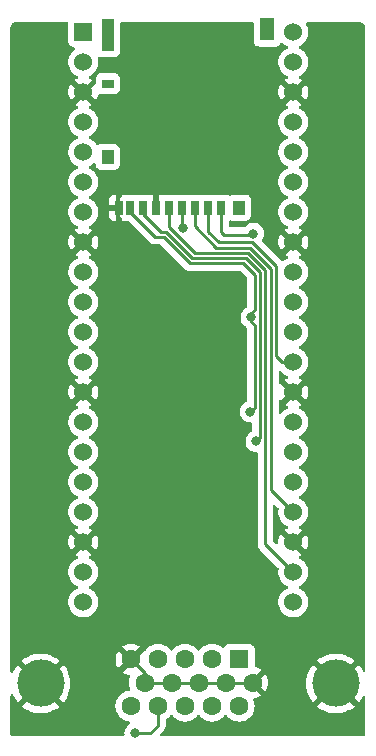
<source format=gbr>
%TF.GenerationSoftware,KiCad,Pcbnew,(5.99.0-8075-g8416c1fc37)*%
%TF.CreationDate,2021-06-27T17:30:08+01:00*%
%TF.ProjectId,picovga,7069636f-7667-4612-9e6b-696361645f70,rev?*%
%TF.SameCoordinates,Original*%
%TF.FileFunction,Copper,L2,Bot*%
%TF.FilePolarity,Positive*%
%FSLAX46Y46*%
G04 Gerber Fmt 4.6, Leading zero omitted, Abs format (unit mm)*
G04 Created by KiCad (PCBNEW (5.99.0-8075-g8416c1fc37)) date 2021-06-27 17:30:08*
%MOMM*%
%LPD*%
G01*
G04 APERTURE LIST*
%TA.AperFunction,ComponentPad*%
%ADD10R,1.524000X1.524000*%
%TD*%
%TA.AperFunction,ComponentPad*%
%ADD11C,1.524000*%
%TD*%
%TA.AperFunction,ComponentPad*%
%ADD12C,4.000000*%
%TD*%
%TA.AperFunction,ComponentPad*%
%ADD13R,1.600000X1.600000*%
%TD*%
%TA.AperFunction,ComponentPad*%
%ADD14C,1.600000*%
%TD*%
%TA.AperFunction,SMDPad,CuDef*%
%ADD15R,0.700000X1.200000*%
%TD*%
%TA.AperFunction,SMDPad,CuDef*%
%ADD16R,1.000000X0.800000*%
%TD*%
%TA.AperFunction,SMDPad,CuDef*%
%ADD17R,1.300000X1.900000*%
%TD*%
%TA.AperFunction,SMDPad,CuDef*%
%ADD18R,1.000000X1.200000*%
%TD*%
%TA.AperFunction,SMDPad,CuDef*%
%ADD19R,1.000000X2.800000*%
%TD*%
%TA.AperFunction,ViaPad*%
%ADD20C,0.800000*%
%TD*%
%TA.AperFunction,Conductor*%
%ADD21C,0.250000*%
%TD*%
G04 APERTURE END LIST*
D10*
%TO.P,U0,1,GP0*%
%TO.N,R0*%
X160110000Y-62870000D03*
D11*
%TO.P,U0,2,GP1*%
%TO.N,R1*%
X160110000Y-65410000D03*
%TO.P,U0,3,GND*%
%TO.N,GND*%
X160110000Y-67950000D03*
%TO.P,U0,4,GP2*%
%TO.N,R2*%
X160110000Y-70490000D03*
%TO.P,U0,5,GP3*%
%TO.N,R3*%
X160110000Y-73030000D03*
%TO.P,U0,6,GP4*%
%TO.N,G0*%
X160110000Y-75570000D03*
%TO.P,U0,7,GP5*%
%TO.N,G1*%
X160110000Y-78110000D03*
%TO.P,U0,8,GND*%
%TO.N,GND*%
X160110000Y-80650000D03*
%TO.P,U0,9,GP6*%
%TO.N,G2*%
X160110000Y-83190000D03*
%TO.P,U0,10,GP7*%
%TO.N,G3*%
X160110000Y-85730000D03*
%TO.P,U0,11,GP8*%
%TO.N,B0*%
X160110000Y-88270000D03*
%TO.P,U0,12,GP9*%
%TO.N,B1*%
X160110000Y-90810000D03*
%TO.P,U0,13,GND*%
%TO.N,GND*%
X160110000Y-93350000D03*
%TO.P,U0,14,GP10*%
%TO.N,B2*%
X160110000Y-95890000D03*
%TO.P,U0,15,GP11*%
%TO.N,B3*%
X160110000Y-98430000D03*
%TO.P,U0,16,GP12*%
%TO.N,Net-(R13-Pad2)*%
X160110000Y-100970000D03*
%TO.P,U0,17,GP13*%
%TO.N,Net-(R14-Pad1)*%
X160110000Y-103510000D03*
%TO.P,U0,18,GND*%
%TO.N,GND*%
X160110000Y-106050000D03*
%TO.P,U0,19,GP14*%
%TO.N,no_connect_32*%
X160110000Y-108590000D03*
%TO.P,U0,20,GP15*%
%TO.N,no_connect_33*%
X160110000Y-111130000D03*
%TO.P,U0,21,GP16*%
%TO.N,no_connect_34*%
X177890000Y-111130000D03*
%TO.P,U0,22,GP17*%
%TO.N,GP17*%
X177890000Y-108590000D03*
%TO.P,U0,23,GND*%
%TO.N,GND*%
X177890000Y-106050000D03*
%TO.P,U0,24,GP18*%
%TO.N,GP18*%
X177890000Y-103510000D03*
%TO.P,U0,25,GP19*%
%TO.N,GP19*%
X177890000Y-100970000D03*
%TO.P,U0,26,GP20*%
%TO.N,GP20*%
X177890000Y-98430000D03*
%TO.P,U0,27,GP21*%
%TO.N,GP21*%
X177890000Y-95890000D03*
%TO.P,U0,28,GND*%
%TO.N,GND*%
X177890000Y-93350000D03*
%TO.P,U0,29,GP22*%
%TO.N,GP22*%
X177890000Y-90810000D03*
%TO.P,U0,30,RUN*%
%TO.N,no_connect_35*%
X177890000Y-88270000D03*
%TO.P,U0,31,GP26*%
%TO.N,no_connect_36*%
X177890000Y-85730000D03*
%TO.P,U0,32,GP27*%
%TO.N,no_connect_37*%
X177890000Y-83190000D03*
%TO.P,U0,33,GND*%
%TO.N,GND*%
X177890000Y-80650000D03*
%TO.P,U0,34,GP28*%
%TO.N,no_connect_38*%
X177890000Y-78110000D03*
%TO.P,U0,35,ADC_VREF*%
%TO.N,no_connect_39*%
X177890000Y-75570000D03*
%TO.P,U0,36,3V3*%
%TO.N,+3V3*%
X177890000Y-73030000D03*
%TO.P,U0,37,3V3_EN*%
%TO.N,no_connect_40*%
X177890000Y-70490000D03*
%TO.P,U0,38,GND*%
%TO.N,GND*%
X177890000Y-67950000D03*
%TO.P,U0,39,VSYS*%
%TO.N,no_connect_41*%
X177890000Y-65410000D03*
%TO.P,U0,40,VBUS*%
%TO.N,no_connect_42*%
X177890000Y-62870000D03*
%TD*%
D12*
%TO.P,J1,0*%
%TO.N,GND*%
X156485000Y-118010000D03*
X181485000Y-118010000D03*
D13*
%TO.P,J1,1*%
%TO.N,VGA_R*%
X173300000Y-115960000D03*
D14*
%TO.P,J1,2*%
%TO.N,VGA_G*%
X171010000Y-115960000D03*
%TO.P,J1,3*%
%TO.N,VGA_B*%
X168720000Y-115960000D03*
%TO.P,J1,4*%
%TO.N,no_connect_31*%
X166430000Y-115960000D03*
%TO.P,J1,5*%
%TO.N,GND*%
X164140000Y-115960000D03*
%TO.P,J1,6*%
X174445000Y-117940000D03*
%TO.P,J1,7*%
X172155000Y-117940000D03*
%TO.P,J1,8*%
X169865000Y-117940000D03*
%TO.P,J1,9*%
X167575000Y-117940000D03*
%TO.P,J1,10*%
X165285000Y-117940000D03*
%TO.P,J1,11*%
%TO.N,no_connect_28*%
X173300000Y-119920000D03*
%TO.P,J1,12*%
%TO.N,no_connect_29*%
X171010000Y-119920000D03*
%TO.P,J1,13*%
%TO.N,HSYNC*%
X168720000Y-119920000D03*
%TO.P,J1,14*%
%TO.N,VSYNC*%
X166430000Y-119920000D03*
%TO.P,J1,15*%
%TO.N,no_connect_30*%
X164140000Y-119920000D03*
%TD*%
D15*
%TO.P,J2,1,DAT2*%
%TO.N,GP21*%
X171775000Y-77725000D03*
%TO.P,J2,2,DAT3/CD*%
%TO.N,GP22*%
X170675000Y-77725000D03*
%TO.P,J2,3,CMD*%
%TO.N,GP18*%
X169575000Y-77725000D03*
%TO.P,J2,4,VDD*%
%TO.N,+3V3*%
X168475000Y-77725000D03*
%TO.P,J2,5,CLK*%
%TO.N,GP17*%
X167375000Y-77725000D03*
%TO.P,J2,6,VSS*%
%TO.N,GND*%
X166275000Y-77725000D03*
%TO.P,J2,7,DAT0*%
%TO.N,GP19*%
X165175000Y-77725000D03*
%TO.P,J2,8,DAT1*%
%TO.N,GP20*%
X164075000Y-77725000D03*
%TO.P,J2,9,SHIELD*%
%TO.N,GND*%
X163125000Y-77725000D03*
D16*
%TO.P,J2,10*%
%TO.N,N/C*%
X162175000Y-67225000D03*
D17*
%TO.P,J2,11*%
X175675000Y-62625000D03*
D18*
X162175000Y-73425000D03*
X173325000Y-77725000D03*
D19*
X162175000Y-63075000D03*
%TD*%
D20*
%TO.N,VSYNC*%
X164500000Y-122225000D03*
%TO.N,GND*%
X171500000Y-87250000D03*
%TO.N,+3V3*%
X168500000Y-79450000D03*
%TO.N,GP19*%
X174750000Y-97500000D03*
%TO.N,GP21*%
X174500000Y-79925000D03*
%TO.N,GP20*%
X174250000Y-95000000D03*
X174324980Y-87000000D03*
%TD*%
D21*
%TO.N,GND*%
X165285000Y-117940000D02*
X165285000Y-117105000D01*
X165285000Y-117105000D02*
X164140000Y-115960000D01*
X167575000Y-117940000D02*
X165285000Y-117940000D01*
X169865000Y-117940000D02*
X167575000Y-117940000D01*
X172155000Y-117940000D02*
X169865000Y-117940000D01*
X174445000Y-117940000D02*
X172155000Y-117940000D01*
%TO.N,VSYNC*%
X166430000Y-121570000D02*
X166430000Y-119920000D01*
X164500000Y-122225000D02*
X165775000Y-122225000D01*
X165775000Y-122225000D02*
X166430000Y-121570000D01*
%TO.N,GND*%
X171500000Y-84500000D02*
X171500000Y-87250000D01*
%TO.N,Net-(R15-Pad1)*%
X168475000Y-79425000D02*
X168500000Y-79450000D01*
X168475000Y-77725000D02*
X168475000Y-79425000D01*
%TO.N,GP19*%
X167090559Y-79750000D02*
X169340619Y-82000060D01*
X175049980Y-97200020D02*
X174750000Y-97500000D01*
X165175000Y-78250000D02*
X166675000Y-79750000D01*
X175049980Y-83209252D02*
X175049980Y-97200020D01*
X173840788Y-82000060D02*
X175049980Y-83209252D01*
X166675000Y-79750000D02*
X167090559Y-79750000D01*
X169340619Y-82000060D02*
X173840788Y-82000060D01*
%TO.N,GP17*%
X167375000Y-77725000D02*
X167375000Y-79398017D01*
X174027192Y-81550040D02*
X175500000Y-83022848D01*
X175500000Y-106200000D02*
X177890000Y-108590000D01*
X175500000Y-83022848D02*
X175500000Y-106200000D01*
X167375000Y-79398017D02*
X169527023Y-81550040D01*
X169527023Y-81550040D02*
X174027192Y-81550040D01*
%TO.N,GP18*%
X169575000Y-77725000D02*
X169575000Y-78160020D01*
X171363596Y-81100020D02*
X174213596Y-81100020D01*
X174213596Y-81100020D02*
X176000000Y-82886424D01*
X176000000Y-82886424D02*
X176000000Y-101620000D01*
X169575000Y-79311424D02*
X171363596Y-81100020D01*
X169575000Y-77725000D02*
X169575000Y-79311424D01*
X176000000Y-101620000D02*
X177890000Y-103510000D01*
%TO.N,GP22*%
X170650000Y-79750000D02*
X171550000Y-80650000D01*
X170675000Y-77725000D02*
X170675000Y-78160020D01*
X170650000Y-77750000D02*
X170650000Y-79750000D01*
X176450000Y-90300000D02*
X176960000Y-90810000D01*
X174400000Y-80650000D02*
X176450000Y-82700000D01*
X176450000Y-82700000D02*
X176450000Y-90300000D01*
X170675000Y-77725000D02*
X170650000Y-77750000D01*
X171550000Y-80650000D02*
X174400000Y-80650000D01*
X176960000Y-90810000D02*
X177890000Y-90810000D01*
%TO.N,GP21*%
X174425000Y-80000000D02*
X174500000Y-79925000D01*
X171775000Y-77725000D02*
X171775000Y-77860020D01*
X172000000Y-80000000D02*
X174425000Y-80000000D01*
X171775000Y-77725000D02*
X171775000Y-79775000D01*
X171775000Y-79775000D02*
X172000000Y-80000000D01*
%TO.N,GP20*%
X173654384Y-82450080D02*
X174599960Y-83395656D01*
X174599960Y-87650040D02*
X174599960Y-94650040D01*
X169154215Y-82450080D02*
X173654384Y-82450080D01*
X166200020Y-80200020D02*
X166904155Y-80200020D01*
X174599960Y-94650040D02*
X174250000Y-95000000D01*
X164075000Y-78075000D02*
X166200020Y-80200020D01*
X174599960Y-86400040D02*
X174324980Y-86675020D01*
X166904155Y-80200020D02*
X169154215Y-82450080D01*
X164075000Y-77725000D02*
X164075000Y-78075000D01*
X174324980Y-86675020D02*
X174324980Y-87375060D01*
X174324980Y-87375060D02*
X174599960Y-87650040D01*
X174599960Y-83395656D02*
X174599960Y-86400040D01*
%TD*%
%TA.AperFunction,Conductor*%
%TO.N,GND*%
G36*
X156343698Y-61986342D02*
G01*
X158708600Y-61988228D01*
X158776705Y-62008284D01*
X158823155Y-62061977D01*
X158834500Y-62114228D01*
X158834500Y-63632000D01*
X158839727Y-63705079D01*
X158880904Y-63845316D01*
X158885775Y-63852895D01*
X158955051Y-63960691D01*
X158955053Y-63960694D01*
X158959923Y-63968271D01*
X158966733Y-63974172D01*
X159063569Y-64058082D01*
X159063572Y-64058084D01*
X159070381Y-64063984D01*
X159078579Y-64067728D01*
X159094941Y-64075200D01*
X159203330Y-64124700D01*
X159212245Y-64125982D01*
X159212246Y-64125982D01*
X159238941Y-64129820D01*
X159323917Y-64142037D01*
X159388497Y-64171530D01*
X159426881Y-64231256D01*
X159426881Y-64302253D01*
X159388498Y-64361979D01*
X159382690Y-64366717D01*
X159246645Y-64471108D01*
X159242872Y-64475254D01*
X159242867Y-64475259D01*
X159154244Y-64572655D01*
X159094026Y-64638834D01*
X159091043Y-64643590D01*
X159091041Y-64643592D01*
X159022649Y-64752619D01*
X158973521Y-64830935D01*
X158888939Y-65041340D01*
X158842953Y-65263398D01*
X158837017Y-65490089D01*
X158871318Y-65714249D01*
X158944773Y-65928793D01*
X159055059Y-66126937D01*
X159198690Y-66302421D01*
X159202953Y-66306062D01*
X159202958Y-66306067D01*
X159350467Y-66432051D01*
X159371127Y-66449696D01*
X159450896Y-66496309D01*
X159560466Y-66560336D01*
X159566919Y-66564107D01*
X159572185Y-66566034D01*
X159576554Y-66568090D01*
X159629674Y-66615194D01*
X159648895Y-66683539D01*
X159628114Y-66751427D01*
X159580693Y-66794063D01*
X159431803Y-66870910D01*
X159422372Y-66876895D01*
X159421883Y-66877271D01*
X159413418Y-66888863D01*
X159420050Y-66900839D01*
X160097189Y-67577979D01*
X160111132Y-67585592D01*
X160112966Y-67585461D01*
X160119580Y-67581210D01*
X160797460Y-66903329D01*
X160803682Y-66891935D01*
X160793870Y-66879502D01*
X160728892Y-66835838D01*
X160719098Y-66830454D01*
X160643739Y-66797373D01*
X160589404Y-66751677D01*
X160568399Y-66683859D01*
X160587394Y-66615450D01*
X160640358Y-66568171D01*
X160649828Y-66564142D01*
X160665137Y-66558357D01*
X160683477Y-66547381D01*
X160791336Y-66482828D01*
X160859720Y-66441901D01*
X160863940Y-66438219D01*
X160863945Y-66438216D01*
X161026375Y-66296519D01*
X161030605Y-66292829D01*
X161041882Y-66278753D01*
X161168885Y-66120228D01*
X161168888Y-66120223D01*
X161172391Y-66115851D01*
X161280596Y-65916562D01*
X161351800Y-65701262D01*
X161383752Y-65476755D01*
X161385500Y-65410000D01*
X161365341Y-65184128D01*
X161345174Y-65110410D01*
X161346492Y-65039427D01*
X161385977Y-64980424D01*
X161451094Y-64952134D01*
X161513408Y-64961684D01*
X161513486Y-64961418D01*
X161515465Y-64961999D01*
X161519047Y-64962548D01*
X161522132Y-64963957D01*
X161522138Y-64963959D01*
X161530330Y-64967700D01*
X161539245Y-64968982D01*
X161539246Y-64968982D01*
X161670552Y-64987861D01*
X161670559Y-64987862D01*
X161675000Y-64988500D01*
X162675000Y-64988500D01*
X162748079Y-64983273D01*
X162826213Y-64960331D01*
X162879670Y-64944635D01*
X162879672Y-64944634D01*
X162888316Y-64942096D01*
X162942951Y-64906984D01*
X163003691Y-64867949D01*
X163003694Y-64867947D01*
X163011271Y-64863077D01*
X163034608Y-64836145D01*
X163101082Y-64759431D01*
X163101084Y-64759428D01*
X163106984Y-64752619D01*
X163167700Y-64619670D01*
X163168982Y-64610754D01*
X163187861Y-64479448D01*
X163187862Y-64479441D01*
X163188500Y-64475000D01*
X163188500Y-62117902D01*
X163208502Y-62049781D01*
X163262158Y-62003288D01*
X163314600Y-61991902D01*
X174385600Y-62000731D01*
X174453705Y-62020787D01*
X174500155Y-62074480D01*
X174511500Y-62126731D01*
X174511500Y-63575000D01*
X174516727Y-63648079D01*
X174518631Y-63654562D01*
X174550375Y-63762673D01*
X174557904Y-63788316D01*
X174582426Y-63826472D01*
X174632051Y-63903691D01*
X174632053Y-63903694D01*
X174636923Y-63911271D01*
X174643733Y-63917172D01*
X174740569Y-64001082D01*
X174740572Y-64001084D01*
X174747381Y-64006984D01*
X174755579Y-64010728D01*
X174859270Y-64058082D01*
X174880330Y-64067700D01*
X174889245Y-64068982D01*
X174889246Y-64068982D01*
X175020552Y-64087861D01*
X175020559Y-64087862D01*
X175025000Y-64088500D01*
X176325000Y-64088500D01*
X176398079Y-64083273D01*
X176483872Y-64058082D01*
X176529670Y-64044635D01*
X176529672Y-64044634D01*
X176538316Y-64042096D01*
X176602135Y-64001082D01*
X176653691Y-63967949D01*
X176653694Y-63967947D01*
X176661271Y-63963077D01*
X176701048Y-63917172D01*
X176751082Y-63859431D01*
X176751084Y-63859428D01*
X176756984Y-63852619D01*
X176760728Y-63844422D01*
X176760730Y-63844418D01*
X176779573Y-63803158D01*
X176826066Y-63749503D01*
X176894187Y-63729501D01*
X176962307Y-63749503D01*
X176978475Y-63762673D01*
X176978690Y-63762421D01*
X177151127Y-63909696D01*
X177163921Y-63917172D01*
X177340473Y-64020340D01*
X177346919Y-64024107D01*
X177352196Y-64026038D01*
X177355983Y-64027820D01*
X177409104Y-64074923D01*
X177428327Y-64143268D01*
X177407548Y-64211156D01*
X177360125Y-64253795D01*
X177289943Y-64290019D01*
X177206553Y-64333060D01*
X177026645Y-64471108D01*
X177022872Y-64475254D01*
X177022867Y-64475259D01*
X176934244Y-64572655D01*
X176874026Y-64638834D01*
X176871043Y-64643590D01*
X176871041Y-64643592D01*
X176802649Y-64752619D01*
X176753521Y-64830935D01*
X176668939Y-65041340D01*
X176622953Y-65263398D01*
X176617017Y-65490089D01*
X176651318Y-65714249D01*
X176724773Y-65928793D01*
X176835059Y-66126937D01*
X176978690Y-66302421D01*
X176982953Y-66306062D01*
X176982958Y-66306067D01*
X177130467Y-66432051D01*
X177151127Y-66449696D01*
X177230896Y-66496309D01*
X177340466Y-66560336D01*
X177346919Y-66564107D01*
X177352185Y-66566034D01*
X177356554Y-66568090D01*
X177409674Y-66615194D01*
X177428895Y-66683539D01*
X177408114Y-66751427D01*
X177360693Y-66794063D01*
X177211803Y-66870910D01*
X177202372Y-66876895D01*
X177201883Y-66877271D01*
X177193418Y-66888863D01*
X177200050Y-66900839D01*
X177877189Y-67577979D01*
X177891132Y-67585592D01*
X177892966Y-67585461D01*
X177899580Y-67581210D01*
X178577460Y-66903329D01*
X178583682Y-66891935D01*
X178573870Y-66879502D01*
X178508892Y-66835838D01*
X178499098Y-66830454D01*
X178423739Y-66797373D01*
X178369404Y-66751677D01*
X178348399Y-66683859D01*
X178367394Y-66615450D01*
X178420358Y-66568171D01*
X178429828Y-66564142D01*
X178445137Y-66558357D01*
X178463477Y-66547381D01*
X178571336Y-66482828D01*
X178639720Y-66441901D01*
X178643940Y-66438219D01*
X178643945Y-66438216D01*
X178806375Y-66296519D01*
X178810605Y-66292829D01*
X178821882Y-66278753D01*
X178948885Y-66120228D01*
X178948888Y-66120223D01*
X178952391Y-66115851D01*
X179060596Y-65916562D01*
X179131800Y-65701262D01*
X179163752Y-65476755D01*
X179165500Y-65410000D01*
X179145341Y-65184128D01*
X179106279Y-65041340D01*
X179086985Y-64970812D01*
X179086984Y-64970808D01*
X179085503Y-64965396D01*
X178987876Y-64760718D01*
X178855547Y-64576562D01*
X178755333Y-64479448D01*
X178696726Y-64422653D01*
X178696723Y-64422651D01*
X178692698Y-64418750D01*
X178565178Y-64333060D01*
X178509130Y-64295397D01*
X178509124Y-64295394D01*
X178504477Y-64292271D01*
X178424404Y-64257121D01*
X178370070Y-64211427D01*
X178349065Y-64143608D01*
X178368059Y-64075200D01*
X178421023Y-64027920D01*
X178430513Y-64023883D01*
X178439890Y-64020340D01*
X178439893Y-64020338D01*
X178445137Y-64018357D01*
X178639720Y-63901901D01*
X178643940Y-63898219D01*
X178643945Y-63898216D01*
X178806375Y-63756519D01*
X178810605Y-63752829D01*
X178894526Y-63648079D01*
X178948885Y-63580228D01*
X178948888Y-63580223D01*
X178952391Y-63575851D01*
X179060596Y-63376562D01*
X179131800Y-63161262D01*
X179163752Y-62936755D01*
X179165500Y-62870000D01*
X179145341Y-62644128D01*
X179094258Y-62457399D01*
X179086985Y-62430812D01*
X179086984Y-62430808D01*
X179085503Y-62425396D01*
X178987876Y-62220718D01*
X178975863Y-62204000D01*
X178952355Y-62137008D01*
X178968796Y-62067942D01*
X179019968Y-62018729D01*
X179078283Y-62004474D01*
X183054010Y-62007644D01*
X183416206Y-62007933D01*
X183438425Y-62009927D01*
X183449675Y-62011952D01*
X183506386Y-62013295D01*
X183530828Y-62013874D01*
X183552426Y-62016260D01*
X183629200Y-62031531D01*
X183652836Y-62038701D01*
X183718113Y-62065739D01*
X183739898Y-62077383D01*
X183798649Y-62116639D01*
X183817742Y-62132309D01*
X183867691Y-62182258D01*
X183883360Y-62201350D01*
X183922618Y-62260104D01*
X183934260Y-62281885D01*
X183961299Y-62347165D01*
X183968469Y-62370800D01*
X183983424Y-62445981D01*
X183983740Y-62447572D01*
X183986126Y-62469170D01*
X183987971Y-62547048D01*
X183988710Y-62551460D01*
X183988711Y-62551472D01*
X183990269Y-62560776D01*
X183992000Y-62581587D01*
X183992000Y-116883483D01*
X183971998Y-116951604D01*
X183918342Y-116998097D01*
X183848068Y-117008201D01*
X183783488Y-116978707D01*
X183751992Y-116937131D01*
X183688846Y-116802939D01*
X183685035Y-116796006D01*
X183520186Y-116536246D01*
X183515532Y-116529841D01*
X183440533Y-116439183D01*
X183428015Y-116430728D01*
X183417276Y-116436935D01*
X181857020Y-117997190D01*
X181849408Y-118011131D01*
X181849539Y-118012966D01*
X181853790Y-118019580D01*
X183416174Y-119581963D01*
X183429436Y-119589205D01*
X183439540Y-119582017D01*
X183515532Y-119490159D01*
X183520186Y-119483754D01*
X183685035Y-119223994D01*
X183688846Y-119217061D01*
X183751992Y-119082869D01*
X183799094Y-119029748D01*
X183867439Y-119010525D01*
X183935327Y-119031304D01*
X183981204Y-119085487D01*
X183992000Y-119136517D01*
X183992000Y-122365527D01*
X183971998Y-122433648D01*
X183918342Y-122480141D01*
X183865906Y-122491527D01*
X180543527Y-122489048D01*
X176611989Y-122486114D01*
X166721267Y-122478733D01*
X166653161Y-122458680D01*
X166606708Y-122404990D01*
X166596657Y-122334708D01*
X166626198Y-122270150D01*
X166632266Y-122263638D01*
X166822525Y-122073379D01*
X166830604Y-122066028D01*
X166836994Y-122061973D01*
X166882845Y-122013147D01*
X166885600Y-122010305D01*
X166905938Y-121989967D01*
X166908588Y-121986551D01*
X166916298Y-121977523D01*
X166941130Y-121951080D01*
X166946557Y-121945301D01*
X166950374Y-121938357D01*
X166950378Y-121938352D01*
X166956316Y-121927550D01*
X166967172Y-121911023D01*
X166974724Y-121901287D01*
X166979583Y-121895023D01*
X166997142Y-121854448D01*
X167002357Y-121843802D01*
X167023662Y-121805048D01*
X167028702Y-121785419D01*
X167035101Y-121766729D01*
X167043147Y-121748136D01*
X167050063Y-121704472D01*
X167052470Y-121692851D01*
X167061987Y-121655782D01*
X167061987Y-121655781D01*
X167063465Y-121650025D01*
X167063500Y-121649469D01*
X167063500Y-121629547D01*
X167065051Y-121609836D01*
X167066944Y-121597884D01*
X167068184Y-121590056D01*
X167064059Y-121546417D01*
X167063500Y-121534560D01*
X167063500Y-121139395D01*
X167083502Y-121071274D01*
X167117230Y-121036182D01*
X167269786Y-120929362D01*
X167269792Y-120929357D01*
X167274302Y-120926199D01*
X167436199Y-120764302D01*
X167471787Y-120713477D01*
X167527244Y-120669149D01*
X167597863Y-120661840D01*
X167661224Y-120693871D01*
X167678213Y-120713477D01*
X167713801Y-120764302D01*
X167875698Y-120926199D01*
X167880206Y-120929356D01*
X167880215Y-120929362D01*
X168063250Y-121057524D01*
X168068232Y-121059847D01*
X168068237Y-121059850D01*
X168166465Y-121105654D01*
X168270757Y-121154286D01*
X168276065Y-121155708D01*
X168276067Y-121155709D01*
X168486598Y-121212121D01*
X168486600Y-121212121D01*
X168491913Y-121213545D01*
X168720000Y-121233500D01*
X168948087Y-121213545D01*
X168953400Y-121212121D01*
X168953402Y-121212121D01*
X169163933Y-121155709D01*
X169163935Y-121155708D01*
X169169243Y-121154286D01*
X169273535Y-121105654D01*
X169371763Y-121059850D01*
X169371768Y-121059847D01*
X169376750Y-121057524D01*
X169559785Y-120929362D01*
X169559794Y-120929356D01*
X169564302Y-120926199D01*
X169726199Y-120764302D01*
X169761787Y-120713477D01*
X169817244Y-120669149D01*
X169887863Y-120661840D01*
X169951224Y-120693871D01*
X169968213Y-120713477D01*
X170003801Y-120764302D01*
X170165698Y-120926199D01*
X170170206Y-120929356D01*
X170170215Y-120929362D01*
X170353250Y-121057524D01*
X170358232Y-121059847D01*
X170358237Y-121059850D01*
X170456465Y-121105654D01*
X170560757Y-121154286D01*
X170566065Y-121155708D01*
X170566067Y-121155709D01*
X170776598Y-121212121D01*
X170776600Y-121212121D01*
X170781913Y-121213545D01*
X171010000Y-121233500D01*
X171238087Y-121213545D01*
X171243400Y-121212121D01*
X171243402Y-121212121D01*
X171453933Y-121155709D01*
X171453935Y-121155708D01*
X171459243Y-121154286D01*
X171563535Y-121105654D01*
X171661763Y-121059850D01*
X171661768Y-121059847D01*
X171666750Y-121057524D01*
X171849785Y-120929362D01*
X171849794Y-120929356D01*
X171854302Y-120926199D01*
X172016199Y-120764302D01*
X172051787Y-120713477D01*
X172107244Y-120669149D01*
X172177863Y-120661840D01*
X172241224Y-120693871D01*
X172258213Y-120713477D01*
X172293801Y-120764302D01*
X172455698Y-120926199D01*
X172460206Y-120929356D01*
X172460215Y-120929362D01*
X172643250Y-121057524D01*
X172648232Y-121059847D01*
X172648237Y-121059850D01*
X172746465Y-121105654D01*
X172850757Y-121154286D01*
X172856065Y-121155708D01*
X172856067Y-121155709D01*
X173066598Y-121212121D01*
X173066600Y-121212121D01*
X173071913Y-121213545D01*
X173300000Y-121233500D01*
X173528087Y-121213545D01*
X173533400Y-121212121D01*
X173533402Y-121212121D01*
X173743933Y-121155709D01*
X173743935Y-121155708D01*
X173749243Y-121154286D01*
X173853535Y-121105654D01*
X173951763Y-121059850D01*
X173951768Y-121059847D01*
X173956750Y-121057524D01*
X174139785Y-120929362D01*
X174139794Y-120929356D01*
X174144302Y-120926199D01*
X174306199Y-120764302D01*
X174355516Y-120693871D01*
X174434367Y-120581259D01*
X174434368Y-120581257D01*
X174437524Y-120576750D01*
X174439847Y-120571768D01*
X174439850Y-120571763D01*
X174531963Y-120374225D01*
X174531964Y-120374224D01*
X174534286Y-120369243D01*
X174557683Y-120281927D01*
X174592121Y-120153402D01*
X174592121Y-120153400D01*
X174593545Y-120148087D01*
X174610349Y-119956016D01*
X179903692Y-119956016D01*
X179912521Y-119967636D01*
X180135259Y-120129465D01*
X180141939Y-120133705D01*
X180411555Y-120281927D01*
X180418690Y-120285284D01*
X180704757Y-120398547D01*
X180712282Y-120400992D01*
X181010272Y-120477502D01*
X181018043Y-120478985D01*
X181323276Y-120517544D01*
X181331166Y-120518041D01*
X181638834Y-120518041D01*
X181646724Y-120517544D01*
X181951957Y-120478985D01*
X181959728Y-120477502D01*
X182257718Y-120400992D01*
X182265243Y-120398547D01*
X182551310Y-120285284D01*
X182558445Y-120281927D01*
X182828061Y-120133705D01*
X182834741Y-120129465D01*
X183057852Y-119967366D01*
X183066275Y-119956443D01*
X183059371Y-119943582D01*
X181497810Y-118382020D01*
X181483869Y-118374408D01*
X181482034Y-118374539D01*
X181475420Y-118378790D01*
X179910305Y-119943906D01*
X179903692Y-119956016D01*
X174610349Y-119956016D01*
X174613500Y-119920000D01*
X174593545Y-119691913D01*
X174534286Y-119470757D01*
X174531961Y-119465770D01*
X174509274Y-119417117D01*
X174498613Y-119346926D01*
X174527593Y-119282113D01*
X174587013Y-119243257D01*
X174612488Y-119238347D01*
X174667523Y-119233532D01*
X174678310Y-119231630D01*
X174888761Y-119175239D01*
X174899057Y-119171491D01*
X175096513Y-119079417D01*
X175106008Y-119073934D01*
X175158050Y-119037494D01*
X175166426Y-119027015D01*
X175159358Y-119013569D01*
X174174885Y-118029095D01*
X174140859Y-117966783D01*
X174142693Y-117941132D01*
X174809408Y-117941132D01*
X174809539Y-117942966D01*
X174813790Y-117949580D01*
X175519294Y-118655083D01*
X175531064Y-118661510D01*
X175543078Y-118652216D01*
X175578934Y-118601008D01*
X175584417Y-118591513D01*
X175676491Y-118394057D01*
X175680239Y-118383761D01*
X175736630Y-118173310D01*
X175738532Y-118162523D01*
X175752222Y-118006042D01*
X178972249Y-118006042D01*
X178972249Y-118013958D01*
X178991567Y-118320999D01*
X178992560Y-118328862D01*
X179050207Y-118631057D01*
X179052178Y-118638734D01*
X179147246Y-118931324D01*
X179150161Y-118938687D01*
X179281154Y-119217061D01*
X179284965Y-119223994D01*
X179449814Y-119483754D01*
X179454468Y-119490159D01*
X179529467Y-119580817D01*
X179541985Y-119589272D01*
X179552724Y-119583065D01*
X181112980Y-118022810D01*
X181120592Y-118008869D01*
X181120461Y-118007034D01*
X181116210Y-118000420D01*
X179553826Y-116438037D01*
X179540564Y-116430795D01*
X179530460Y-116437983D01*
X179454468Y-116529841D01*
X179449814Y-116536246D01*
X179284965Y-116796006D01*
X179281154Y-116802939D01*
X179150161Y-117081313D01*
X179147246Y-117088676D01*
X179052178Y-117381266D01*
X179050207Y-117388943D01*
X178992560Y-117691138D01*
X178991567Y-117699001D01*
X178972249Y-118006042D01*
X175752222Y-118006042D01*
X175757521Y-117945475D01*
X175757521Y-117934525D01*
X175738532Y-117717477D01*
X175736630Y-117706690D01*
X175680239Y-117496239D01*
X175676491Y-117485943D01*
X175584417Y-117288487D01*
X175578934Y-117278992D01*
X175542494Y-117226950D01*
X175532015Y-117218574D01*
X175518570Y-117225641D01*
X174817021Y-117927189D01*
X174809408Y-117941132D01*
X174142693Y-117941132D01*
X174145924Y-117895967D01*
X174174885Y-117850905D01*
X174445000Y-117580790D01*
X175160079Y-116865710D01*
X175166509Y-116853935D01*
X175157213Y-116841920D01*
X175106008Y-116806066D01*
X175096513Y-116800583D01*
X174899057Y-116708509D01*
X174888750Y-116704757D01*
X174706888Y-116656026D01*
X174646266Y-116619075D01*
X174615244Y-116555214D01*
X174613500Y-116534320D01*
X174613500Y-116063557D01*
X179903725Y-116063557D01*
X179910629Y-116076418D01*
X181472190Y-117637980D01*
X181486131Y-117645592D01*
X181487966Y-117645461D01*
X181494580Y-117641210D01*
X183059695Y-116076094D01*
X183066308Y-116063984D01*
X183057479Y-116052364D01*
X182834741Y-115890535D01*
X182828061Y-115886295D01*
X182558445Y-115738073D01*
X182551310Y-115734716D01*
X182265243Y-115621453D01*
X182257718Y-115619008D01*
X181959728Y-115542498D01*
X181951957Y-115541015D01*
X181646724Y-115502456D01*
X181638834Y-115501959D01*
X181331166Y-115501959D01*
X181323276Y-115502456D01*
X181018043Y-115541015D01*
X181010272Y-115542498D01*
X180712282Y-115619008D01*
X180704757Y-115621453D01*
X180418690Y-115734716D01*
X180411555Y-115738073D01*
X180141939Y-115886295D01*
X180135259Y-115890535D01*
X179912148Y-116052634D01*
X179903725Y-116063557D01*
X174613500Y-116063557D01*
X174613500Y-115160000D01*
X174608273Y-115086921D01*
X174567096Y-114946684D01*
X174521393Y-114875569D01*
X174492949Y-114831309D01*
X174492947Y-114831306D01*
X174488077Y-114823729D01*
X174481267Y-114817828D01*
X174384431Y-114733918D01*
X174384428Y-114733916D01*
X174377619Y-114728016D01*
X174244670Y-114667300D01*
X174235755Y-114666018D01*
X174235754Y-114666018D01*
X174104448Y-114647139D01*
X174104441Y-114647138D01*
X174100000Y-114646500D01*
X172500000Y-114646500D01*
X172426921Y-114651727D01*
X172373884Y-114667300D01*
X172295330Y-114690365D01*
X172295328Y-114690366D01*
X172286684Y-114692904D01*
X172279105Y-114697775D01*
X172171309Y-114767051D01*
X172171306Y-114767053D01*
X172163729Y-114771923D01*
X172157828Y-114778733D01*
X172073918Y-114875569D01*
X172073916Y-114875572D01*
X172068016Y-114882381D01*
X172064273Y-114890577D01*
X172064271Y-114890580D01*
X172053797Y-114913515D01*
X172007303Y-114967170D01*
X171939182Y-114987171D01*
X171871062Y-114967168D01*
X171858192Y-114957691D01*
X171854302Y-114953801D01*
X171666750Y-114822476D01*
X171661768Y-114820153D01*
X171661763Y-114820150D01*
X171464225Y-114728037D01*
X171464224Y-114728036D01*
X171459243Y-114725714D01*
X171453935Y-114724292D01*
X171453933Y-114724291D01*
X171243402Y-114667879D01*
X171243400Y-114667879D01*
X171238087Y-114666455D01*
X171010000Y-114646500D01*
X170781913Y-114666455D01*
X170776600Y-114667879D01*
X170776598Y-114667879D01*
X170566067Y-114724291D01*
X170566065Y-114724292D01*
X170560757Y-114725714D01*
X170555776Y-114728036D01*
X170555775Y-114728037D01*
X170358237Y-114820150D01*
X170358232Y-114820153D01*
X170353250Y-114822476D01*
X170348743Y-114825632D01*
X170348741Y-114825633D01*
X170170209Y-114950642D01*
X170170206Y-114950644D01*
X170165698Y-114953801D01*
X170003801Y-115115698D01*
X170000644Y-115120206D01*
X170000642Y-115120209D01*
X169968213Y-115166523D01*
X169912756Y-115210851D01*
X169842137Y-115218160D01*
X169778776Y-115186129D01*
X169761787Y-115166523D01*
X169729358Y-115120209D01*
X169729356Y-115120206D01*
X169726199Y-115115698D01*
X169564302Y-114953801D01*
X169559794Y-114950644D01*
X169559791Y-114950642D01*
X169381259Y-114825633D01*
X169381257Y-114825632D01*
X169376750Y-114822476D01*
X169371768Y-114820153D01*
X169371763Y-114820150D01*
X169174225Y-114728037D01*
X169174224Y-114728036D01*
X169169243Y-114725714D01*
X169163935Y-114724292D01*
X169163933Y-114724291D01*
X168953402Y-114667879D01*
X168953400Y-114667879D01*
X168948087Y-114666455D01*
X168720000Y-114646500D01*
X168491913Y-114666455D01*
X168486600Y-114667879D01*
X168486598Y-114667879D01*
X168276067Y-114724291D01*
X168276065Y-114724292D01*
X168270757Y-114725714D01*
X168265776Y-114728036D01*
X168265775Y-114728037D01*
X168068237Y-114820150D01*
X168068232Y-114820153D01*
X168063250Y-114822476D01*
X168058743Y-114825632D01*
X168058741Y-114825633D01*
X167880209Y-114950642D01*
X167880206Y-114950644D01*
X167875698Y-114953801D01*
X167713801Y-115115698D01*
X167710644Y-115120206D01*
X167710642Y-115120209D01*
X167678213Y-115166523D01*
X167622756Y-115210851D01*
X167552137Y-115218160D01*
X167488776Y-115186129D01*
X167471787Y-115166523D01*
X167439358Y-115120209D01*
X167439356Y-115120206D01*
X167436199Y-115115698D01*
X167274302Y-114953801D01*
X167269794Y-114950644D01*
X167269791Y-114950642D01*
X167091259Y-114825633D01*
X167091257Y-114825632D01*
X167086750Y-114822476D01*
X167081768Y-114820153D01*
X167081763Y-114820150D01*
X166884225Y-114728037D01*
X166884224Y-114728036D01*
X166879243Y-114725714D01*
X166873935Y-114724292D01*
X166873933Y-114724291D01*
X166663402Y-114667879D01*
X166663400Y-114667879D01*
X166658087Y-114666455D01*
X166430000Y-114646500D01*
X166201913Y-114666455D01*
X166196600Y-114667879D01*
X166196598Y-114667879D01*
X165986067Y-114724291D01*
X165986065Y-114724292D01*
X165980757Y-114725714D01*
X165975776Y-114728036D01*
X165975775Y-114728037D01*
X165778237Y-114820150D01*
X165778232Y-114820153D01*
X165773250Y-114822476D01*
X165768743Y-114825632D01*
X165768741Y-114825633D01*
X165590209Y-114950642D01*
X165590206Y-114950644D01*
X165585698Y-114953801D01*
X165423801Y-115115698D01*
X165420644Y-115120206D01*
X165420642Y-115120209D01*
X165373648Y-115187323D01*
X165318190Y-115231651D01*
X165257464Y-115240383D01*
X165229149Y-115237453D01*
X165213569Y-115245642D01*
X164140000Y-116319210D01*
X163424919Y-117034292D01*
X163418491Y-117046064D01*
X163427787Y-117058080D01*
X163478992Y-117093934D01*
X163488487Y-117099417D01*
X163685943Y-117191491D01*
X163696239Y-117195239D01*
X163906690Y-117251630D01*
X163917477Y-117253532D01*
X163973040Y-117258393D01*
X164039158Y-117284256D01*
X164080798Y-117341760D01*
X164084739Y-117412647D01*
X164076254Y-117437163D01*
X164053510Y-117485938D01*
X164049761Y-117496239D01*
X163993370Y-117706690D01*
X163991468Y-117717477D01*
X163972479Y-117934525D01*
X163972479Y-117945475D01*
X163991468Y-118162523D01*
X163993370Y-118173310D01*
X164049761Y-118383761D01*
X164053510Y-118394062D01*
X164076030Y-118442357D01*
X164086691Y-118512549D01*
X164057710Y-118577362D01*
X163998290Y-118616217D01*
X163972819Y-118621126D01*
X163950729Y-118623059D01*
X163917394Y-118625975D01*
X163917389Y-118625976D01*
X163911913Y-118626455D01*
X163906600Y-118627879D01*
X163906598Y-118627879D01*
X163696067Y-118684291D01*
X163696065Y-118684292D01*
X163690757Y-118685714D01*
X163685776Y-118688036D01*
X163685775Y-118688037D01*
X163488237Y-118780150D01*
X163488232Y-118780153D01*
X163483250Y-118782476D01*
X163478743Y-118785632D01*
X163478741Y-118785633D01*
X163300209Y-118910642D01*
X163300206Y-118910644D01*
X163295698Y-118913801D01*
X163133801Y-119075698D01*
X163130644Y-119080206D01*
X163130642Y-119080209D01*
X163019913Y-119238347D01*
X163002476Y-119263250D01*
X163000153Y-119268232D01*
X163000150Y-119268237D01*
X162908039Y-119465770D01*
X162905714Y-119470757D01*
X162846455Y-119691913D01*
X162826500Y-119920000D01*
X162846455Y-120148087D01*
X162847879Y-120153400D01*
X162847879Y-120153402D01*
X162882318Y-120281927D01*
X162905714Y-120369243D01*
X162908036Y-120374224D01*
X162908037Y-120374225D01*
X163000150Y-120571763D01*
X163000153Y-120571768D01*
X163002476Y-120576750D01*
X163005632Y-120581257D01*
X163005633Y-120581259D01*
X163084485Y-120693871D01*
X163133801Y-120764302D01*
X163295698Y-120926199D01*
X163300206Y-120929356D01*
X163300215Y-120929362D01*
X163483250Y-121057524D01*
X163488232Y-121059847D01*
X163488237Y-121059850D01*
X163586465Y-121105654D01*
X163690757Y-121154286D01*
X163696065Y-121155708D01*
X163696067Y-121155709D01*
X163906598Y-121212121D01*
X163906600Y-121212121D01*
X163911913Y-121213545D01*
X163917389Y-121214024D01*
X163917394Y-121214025D01*
X163958486Y-121217620D01*
X163964092Y-121218110D01*
X164030211Y-121243973D01*
X164071850Y-121301477D01*
X164075791Y-121372364D01*
X164040782Y-121434129D01*
X164027172Y-121445567D01*
X163894093Y-121542254D01*
X163894091Y-121542256D01*
X163888749Y-121546137D01*
X163884328Y-121551047D01*
X163884327Y-121551048D01*
X163795709Y-121649469D01*
X163760963Y-121688058D01*
X163665476Y-121853446D01*
X163663434Y-121859731D01*
X163614510Y-122010305D01*
X163606462Y-122035073D01*
X163586500Y-122225000D01*
X163587190Y-122231565D01*
X163587190Y-122231566D01*
X163598286Y-122337139D01*
X163585514Y-122406977D01*
X163537012Y-122458824D01*
X163472882Y-122476309D01*
X157019105Y-122471493D01*
X154057310Y-122469283D01*
X153989204Y-122449230D01*
X153942751Y-122395540D01*
X153931404Y-122343283D01*
X153931404Y-119956016D01*
X154903692Y-119956016D01*
X154912521Y-119967636D01*
X155135259Y-120129465D01*
X155141939Y-120133705D01*
X155411555Y-120281927D01*
X155418690Y-120285284D01*
X155704757Y-120398547D01*
X155712282Y-120400992D01*
X156010272Y-120477502D01*
X156018043Y-120478985D01*
X156323276Y-120517544D01*
X156331166Y-120518041D01*
X156638834Y-120518041D01*
X156646724Y-120517544D01*
X156951957Y-120478985D01*
X156959728Y-120477502D01*
X157257718Y-120400992D01*
X157265243Y-120398547D01*
X157551310Y-120285284D01*
X157558445Y-120281927D01*
X157828061Y-120133705D01*
X157834741Y-120129465D01*
X158057852Y-119967366D01*
X158066275Y-119956443D01*
X158059371Y-119943582D01*
X156497810Y-118382020D01*
X156483869Y-118374408D01*
X156482034Y-118374539D01*
X156475420Y-118378790D01*
X154910305Y-119943906D01*
X154903692Y-119956016D01*
X153931404Y-119956016D01*
X153931404Y-119037495D01*
X153951406Y-118969374D01*
X154005062Y-118922881D01*
X154075336Y-118912777D01*
X154139916Y-118942271D01*
X154171412Y-118983847D01*
X154281154Y-119217061D01*
X154284965Y-119223994D01*
X154449814Y-119483754D01*
X154454468Y-119490159D01*
X154529467Y-119580817D01*
X154541985Y-119589272D01*
X154552724Y-119583065D01*
X156112980Y-118022810D01*
X156119356Y-118011131D01*
X156849408Y-118011131D01*
X156849539Y-118012966D01*
X156853790Y-118019580D01*
X158416174Y-119581963D01*
X158429436Y-119589205D01*
X158439540Y-119582017D01*
X158515532Y-119490159D01*
X158520186Y-119483754D01*
X158685035Y-119223994D01*
X158688846Y-119217061D01*
X158819839Y-118938687D01*
X158822754Y-118931324D01*
X158917822Y-118638734D01*
X158919793Y-118631057D01*
X158977440Y-118328862D01*
X158978433Y-118320999D01*
X158997751Y-118013958D01*
X158997751Y-118006042D01*
X158978433Y-117699001D01*
X158977440Y-117691138D01*
X158919793Y-117388943D01*
X158917822Y-117381266D01*
X158822754Y-117088676D01*
X158819839Y-117081313D01*
X158688846Y-116802939D01*
X158685035Y-116796006D01*
X158520186Y-116536246D01*
X158515532Y-116529841D01*
X158440533Y-116439183D01*
X158428015Y-116430728D01*
X158417276Y-116436935D01*
X156857020Y-117997190D01*
X156849408Y-118011131D01*
X156119356Y-118011131D01*
X156120592Y-118008869D01*
X156120461Y-118007034D01*
X156116210Y-118000420D01*
X154553826Y-116438037D01*
X154540564Y-116430795D01*
X154530460Y-116437983D01*
X154454468Y-116529841D01*
X154449814Y-116536246D01*
X154284965Y-116796006D01*
X154281154Y-116802939D01*
X154171412Y-117036153D01*
X154124310Y-117089274D01*
X154055965Y-117108497D01*
X153988077Y-117087718D01*
X153942200Y-117033535D01*
X153931404Y-116982505D01*
X153931404Y-116063557D01*
X154903725Y-116063557D01*
X154910629Y-116076418D01*
X156472190Y-117637980D01*
X156486131Y-117645592D01*
X156487966Y-117645461D01*
X156494580Y-117641210D01*
X158059695Y-116076094D01*
X158066308Y-116063984D01*
X158057479Y-116052364D01*
X157922816Y-115954525D01*
X162827479Y-115954525D01*
X162827479Y-115965475D01*
X162846468Y-116182523D01*
X162848370Y-116193310D01*
X162904761Y-116403761D01*
X162908509Y-116414057D01*
X163000583Y-116611513D01*
X163006066Y-116621008D01*
X163042506Y-116673050D01*
X163052985Y-116681426D01*
X163066430Y-116674359D01*
X163767979Y-115972811D01*
X163775592Y-115958868D01*
X163775461Y-115957034D01*
X163771210Y-115950420D01*
X163065706Y-115244917D01*
X163053936Y-115238490D01*
X163041922Y-115247784D01*
X163006066Y-115298992D01*
X163000583Y-115308487D01*
X162908509Y-115505943D01*
X162904761Y-115516239D01*
X162848370Y-115726690D01*
X162846468Y-115737477D01*
X162827479Y-115954525D01*
X157922816Y-115954525D01*
X157834741Y-115890535D01*
X157828061Y-115886295D01*
X157558445Y-115738073D01*
X157551310Y-115734716D01*
X157265243Y-115621453D01*
X157257718Y-115619008D01*
X156959728Y-115542498D01*
X156951957Y-115541015D01*
X156646724Y-115502456D01*
X156638834Y-115501959D01*
X156331166Y-115501959D01*
X156323276Y-115502456D01*
X156018043Y-115541015D01*
X156010272Y-115542498D01*
X155712282Y-115619008D01*
X155704757Y-115621453D01*
X155418690Y-115734716D01*
X155411555Y-115738073D01*
X155141939Y-115886295D01*
X155135259Y-115890535D01*
X154912148Y-116052634D01*
X154903725Y-116063557D01*
X153931404Y-116063557D01*
X153931404Y-114872985D01*
X163418574Y-114872985D01*
X163425641Y-114886430D01*
X164127189Y-115587979D01*
X164141132Y-115595592D01*
X164142966Y-115595461D01*
X164149580Y-115591210D01*
X164855083Y-114885706D01*
X164861510Y-114873936D01*
X164852216Y-114861922D01*
X164801008Y-114826066D01*
X164791513Y-114820583D01*
X164594057Y-114728509D01*
X164583761Y-114724761D01*
X164373310Y-114668370D01*
X164362523Y-114666468D01*
X164145475Y-114647479D01*
X164134525Y-114647479D01*
X163917477Y-114666468D01*
X163906690Y-114668370D01*
X163696239Y-114724761D01*
X163685943Y-114728509D01*
X163488487Y-114820583D01*
X163478992Y-114826066D01*
X163426950Y-114862506D01*
X163418574Y-114872985D01*
X153931404Y-114872985D01*
X153931404Y-108670089D01*
X158837017Y-108670089D01*
X158871318Y-108894249D01*
X158944773Y-109108793D01*
X159055059Y-109306937D01*
X159198690Y-109482421D01*
X159202953Y-109486062D01*
X159202958Y-109486067D01*
X159352028Y-109613384D01*
X159371127Y-109629696D01*
X159480998Y-109693899D01*
X159560473Y-109740340D01*
X159566919Y-109744107D01*
X159572196Y-109746038D01*
X159575983Y-109747820D01*
X159629104Y-109794923D01*
X159648327Y-109863268D01*
X159627548Y-109931156D01*
X159580125Y-109973795D01*
X159509943Y-110010019D01*
X159426553Y-110053060D01*
X159246645Y-110191108D01*
X159242872Y-110195254D01*
X159242867Y-110195259D01*
X159154244Y-110292655D01*
X159094026Y-110358834D01*
X158973521Y-110550935D01*
X158888939Y-110761340D01*
X158842953Y-110983398D01*
X158837017Y-111210089D01*
X158871318Y-111434249D01*
X158944773Y-111648793D01*
X159055059Y-111846937D01*
X159198690Y-112022421D01*
X159202953Y-112026062D01*
X159202958Y-112026067D01*
X159352028Y-112153384D01*
X159371127Y-112169696D01*
X159469023Y-112226902D01*
X159562072Y-112281275D01*
X159562075Y-112281276D01*
X159566919Y-112284107D01*
X159572189Y-112286036D01*
X159572190Y-112286036D01*
X159774612Y-112360112D01*
X159774616Y-112360113D01*
X159779876Y-112362038D01*
X159785393Y-112363001D01*
X159785397Y-112363002D01*
X159968812Y-112395013D01*
X160003269Y-112401027D01*
X160008875Y-112400998D01*
X160008879Y-112400998D01*
X160112475Y-112400455D01*
X160230035Y-112399839D01*
X160235553Y-112398816D01*
X160235556Y-112398816D01*
X160447488Y-112359537D01*
X160447489Y-112359537D01*
X160453007Y-112358514D01*
X160458252Y-112356532D01*
X160458256Y-112356531D01*
X160577839Y-112311344D01*
X160665137Y-112278357D01*
X160859720Y-112161901D01*
X160863940Y-112158219D01*
X160863945Y-112158216D01*
X161026375Y-112016519D01*
X161030605Y-112012829D01*
X161041882Y-111998753D01*
X161168885Y-111840228D01*
X161168888Y-111840223D01*
X161172391Y-111835851D01*
X161280596Y-111636562D01*
X161351800Y-111421262D01*
X161383752Y-111196755D01*
X161385500Y-111130000D01*
X161365341Y-110904128D01*
X161326279Y-110761340D01*
X161306985Y-110690812D01*
X161306984Y-110690808D01*
X161305503Y-110685396D01*
X161207876Y-110480718D01*
X161075547Y-110296562D01*
X160912698Y-110138750D01*
X160785178Y-110053060D01*
X160729130Y-110015397D01*
X160729124Y-110015394D01*
X160724477Y-110012271D01*
X160644404Y-109977121D01*
X160590070Y-109931427D01*
X160569065Y-109863608D01*
X160588059Y-109795200D01*
X160641023Y-109747920D01*
X160650513Y-109743883D01*
X160659890Y-109740340D01*
X160659893Y-109740338D01*
X160665137Y-109738357D01*
X160859720Y-109621901D01*
X160863940Y-109618219D01*
X160863945Y-109618216D01*
X161026375Y-109476519D01*
X161030605Y-109472829D01*
X161041882Y-109458753D01*
X161168885Y-109300228D01*
X161168888Y-109300223D01*
X161172391Y-109295851D01*
X161280596Y-109096562D01*
X161351800Y-108881262D01*
X161383752Y-108656755D01*
X161385500Y-108590000D01*
X161365341Y-108364128D01*
X161326279Y-108221340D01*
X161306985Y-108150812D01*
X161306984Y-108150808D01*
X161305503Y-108145396D01*
X161207876Y-107940718D01*
X161075547Y-107756562D01*
X160912698Y-107598750D01*
X160785178Y-107513060D01*
X160729130Y-107475397D01*
X160729124Y-107475394D01*
X160724477Y-107472271D01*
X160719345Y-107470018D01*
X160719341Y-107470016D01*
X160643753Y-107436835D01*
X160589417Y-107391139D01*
X160568413Y-107323320D01*
X160587408Y-107254912D01*
X160640372Y-107207633D01*
X160649863Y-107203595D01*
X160659677Y-107199887D01*
X160669734Y-107195025D01*
X160795623Y-107119683D01*
X160805193Y-107109324D01*
X160801650Y-107100861D01*
X160122811Y-106422021D01*
X160108868Y-106414408D01*
X160107034Y-106414539D01*
X160100420Y-106418790D01*
X159421152Y-107098059D01*
X159414395Y-107110434D01*
X159419676Y-107117489D01*
X159562284Y-107200822D01*
X159576544Y-107207532D01*
X159629665Y-107254635D01*
X159648887Y-107322980D01*
X159628108Y-107390868D01*
X159580685Y-107433506D01*
X159509949Y-107470016D01*
X159426553Y-107513060D01*
X159246645Y-107651108D01*
X159242872Y-107655254D01*
X159242867Y-107655259D01*
X159154244Y-107752655D01*
X159094026Y-107818834D01*
X158973521Y-108010935D01*
X158888939Y-108221340D01*
X158878527Y-108271618D01*
X158844092Y-108437900D01*
X158842953Y-108443398D01*
X158837017Y-108670089D01*
X153931404Y-108670089D01*
X153931404Y-106124452D01*
X158837663Y-106124452D01*
X158838365Y-106135604D01*
X158870955Y-106348579D01*
X158873622Y-106359440D01*
X158943413Y-106563281D01*
X158947961Y-106573495D01*
X159039031Y-106737117D01*
X159049084Y-106747008D01*
X159056687Y-106744102D01*
X159737979Y-106062811D01*
X159744355Y-106051132D01*
X160474408Y-106051132D01*
X160474539Y-106052966D01*
X160478790Y-106059580D01*
X161160156Y-106740945D01*
X161172531Y-106747702D01*
X161178796Y-106743013D01*
X161277462Y-106561290D01*
X161281896Y-106551044D01*
X161349553Y-106346469D01*
X161352103Y-106335596D01*
X161382742Y-106120319D01*
X161383348Y-106113103D01*
X161384905Y-106053632D01*
X161384677Y-106046379D01*
X161365348Y-105829812D01*
X161363366Y-105818798D01*
X161306517Y-105610987D01*
X161302619Y-105600506D01*
X161209859Y-105406031D01*
X161204173Y-105396416D01*
X161180719Y-105363776D01*
X161169928Y-105355365D01*
X161156894Y-105362317D01*
X160482021Y-106037189D01*
X160474408Y-106051132D01*
X159744355Y-106051132D01*
X159745592Y-106048868D01*
X159745461Y-106047034D01*
X159741210Y-106040420D01*
X159063095Y-105362306D01*
X159050720Y-105355549D01*
X159042747Y-105361517D01*
X158976952Y-105466403D01*
X158971872Y-105476373D01*
X158891511Y-105676278D01*
X158888280Y-105686978D01*
X158844588Y-105897958D01*
X158843303Y-105909065D01*
X158837663Y-106124452D01*
X153931404Y-106124452D01*
X153931404Y-95970089D01*
X158837017Y-95970089D01*
X158871318Y-96194249D01*
X158944773Y-96408793D01*
X159055059Y-96606937D01*
X159058612Y-96611277D01*
X159058614Y-96611281D01*
X159120835Y-96687300D01*
X159198690Y-96782421D01*
X159202953Y-96786062D01*
X159202958Y-96786067D01*
X159352028Y-96913384D01*
X159371127Y-96929696D01*
X159428220Y-96963058D01*
X159560473Y-97040340D01*
X159566919Y-97044107D01*
X159572196Y-97046038D01*
X159575983Y-97047820D01*
X159629104Y-97094923D01*
X159648327Y-97163268D01*
X159627548Y-97231156D01*
X159580125Y-97273795D01*
X159509943Y-97310019D01*
X159426553Y-97353060D01*
X159246645Y-97491108D01*
X159242872Y-97495254D01*
X159242867Y-97495259D01*
X159110148Y-97641116D01*
X159094026Y-97658834D01*
X159091044Y-97663588D01*
X159091041Y-97663592D01*
X159070583Y-97696206D01*
X158973521Y-97850935D01*
X158888939Y-98061340D01*
X158842953Y-98283398D01*
X158837017Y-98510089D01*
X158871318Y-98734249D01*
X158944773Y-98948793D01*
X159055059Y-99146937D01*
X159058612Y-99151277D01*
X159058614Y-99151281D01*
X159077004Y-99173749D01*
X159198690Y-99322421D01*
X159202953Y-99326062D01*
X159202958Y-99326067D01*
X159352028Y-99453384D01*
X159371127Y-99469696D01*
X159480998Y-99533899D01*
X159560473Y-99580340D01*
X159566919Y-99584107D01*
X159572196Y-99586038D01*
X159575983Y-99587820D01*
X159629104Y-99634923D01*
X159648327Y-99703268D01*
X159627548Y-99771156D01*
X159580125Y-99813795D01*
X159509943Y-99850019D01*
X159426553Y-99893060D01*
X159246645Y-100031108D01*
X159242872Y-100035254D01*
X159242867Y-100035259D01*
X159110148Y-100181116D01*
X159094026Y-100198834D01*
X158973521Y-100390935D01*
X158888939Y-100601340D01*
X158842953Y-100823398D01*
X158837017Y-101050089D01*
X158871318Y-101274249D01*
X158944773Y-101488793D01*
X159055059Y-101686937D01*
X159198690Y-101862421D01*
X159202953Y-101866062D01*
X159202958Y-101866067D01*
X159352028Y-101993384D01*
X159371127Y-102009696D01*
X159480998Y-102073899D01*
X159560473Y-102120340D01*
X159566919Y-102124107D01*
X159572196Y-102126038D01*
X159575983Y-102127820D01*
X159629104Y-102174923D01*
X159648327Y-102243268D01*
X159627548Y-102311156D01*
X159580125Y-102353795D01*
X159509943Y-102390019D01*
X159426553Y-102433060D01*
X159246645Y-102571108D01*
X159242872Y-102575254D01*
X159242867Y-102575259D01*
X159175401Y-102649404D01*
X159094026Y-102738834D01*
X159091043Y-102743590D01*
X159091041Y-102743592D01*
X159002039Y-102885474D01*
X158973521Y-102930935D01*
X158888939Y-103141340D01*
X158878527Y-103191619D01*
X158844092Y-103357899D01*
X158842953Y-103363398D01*
X158837017Y-103590089D01*
X158871318Y-103814249D01*
X158944773Y-104028793D01*
X159055059Y-104226937D01*
X159198690Y-104402421D01*
X159202953Y-104406062D01*
X159202958Y-104406067D01*
X159352028Y-104533384D01*
X159371127Y-104549696D01*
X159499359Y-104624628D01*
X159560466Y-104660336D01*
X159566919Y-104664107D01*
X159572185Y-104666034D01*
X159576554Y-104668090D01*
X159629674Y-104715194D01*
X159648895Y-104783539D01*
X159628114Y-104851427D01*
X159580693Y-104894063D01*
X159431803Y-104970910D01*
X159422372Y-104976895D01*
X159421883Y-104977271D01*
X159413418Y-104988863D01*
X159420050Y-105000839D01*
X160097189Y-105677979D01*
X160111132Y-105685592D01*
X160112966Y-105685461D01*
X160119580Y-105681210D01*
X160797460Y-105003329D01*
X160803682Y-104991935D01*
X160793870Y-104979502D01*
X160728892Y-104935838D01*
X160719098Y-104930454D01*
X160643739Y-104897373D01*
X160589404Y-104851677D01*
X160568399Y-104783859D01*
X160587394Y-104715450D01*
X160640358Y-104668171D01*
X160649828Y-104664142D01*
X160665137Y-104658357D01*
X160859720Y-104541901D01*
X160863940Y-104538219D01*
X160863945Y-104538216D01*
X161026375Y-104396519D01*
X161030605Y-104392829D01*
X161041882Y-104378753D01*
X161168885Y-104220228D01*
X161168888Y-104220223D01*
X161172391Y-104215851D01*
X161280596Y-104016562D01*
X161351800Y-103801262D01*
X161383752Y-103576755D01*
X161385500Y-103510000D01*
X161365341Y-103284128D01*
X161326279Y-103141340D01*
X161306985Y-103070812D01*
X161306984Y-103070808D01*
X161305503Y-103065396D01*
X161207876Y-102860718D01*
X161075547Y-102676562D01*
X160912698Y-102518750D01*
X160785178Y-102433060D01*
X160729130Y-102395397D01*
X160729124Y-102395394D01*
X160724477Y-102392271D01*
X160644404Y-102357121D01*
X160590070Y-102311427D01*
X160569065Y-102243608D01*
X160588059Y-102175200D01*
X160641023Y-102127920D01*
X160650513Y-102123883D01*
X160659890Y-102120340D01*
X160659893Y-102120338D01*
X160665137Y-102118357D01*
X160859720Y-102001901D01*
X160863940Y-101998219D01*
X160863945Y-101998216D01*
X161026375Y-101856519D01*
X161030605Y-101852829D01*
X161041882Y-101838753D01*
X161168885Y-101680228D01*
X161168888Y-101680223D01*
X161172391Y-101675851D01*
X161280596Y-101476562D01*
X161351800Y-101261262D01*
X161383752Y-101036755D01*
X161385500Y-100970000D01*
X161365341Y-100744128D01*
X161326279Y-100601340D01*
X161306985Y-100530812D01*
X161306984Y-100530808D01*
X161305503Y-100525396D01*
X161207876Y-100320718D01*
X161075547Y-100136562D01*
X160912698Y-99978750D01*
X160785178Y-99893060D01*
X160729130Y-99855397D01*
X160729124Y-99855394D01*
X160724477Y-99852271D01*
X160644404Y-99817121D01*
X160590070Y-99771427D01*
X160569065Y-99703608D01*
X160588059Y-99635200D01*
X160641023Y-99587920D01*
X160650513Y-99583883D01*
X160659890Y-99580340D01*
X160659893Y-99580338D01*
X160665137Y-99578357D01*
X160859720Y-99461901D01*
X160863940Y-99458219D01*
X160863945Y-99458216D01*
X161026375Y-99316519D01*
X161030605Y-99312829D01*
X161041882Y-99298753D01*
X161168885Y-99140228D01*
X161168888Y-99140223D01*
X161172391Y-99135851D01*
X161280596Y-98936562D01*
X161351800Y-98721262D01*
X161383752Y-98496755D01*
X161385500Y-98430000D01*
X161365341Y-98204128D01*
X161326279Y-98061340D01*
X161306985Y-97990812D01*
X161306984Y-97990808D01*
X161305503Y-97985396D01*
X161207876Y-97780718D01*
X161075547Y-97596562D01*
X160971011Y-97495259D01*
X160916726Y-97442653D01*
X160916723Y-97442651D01*
X160912698Y-97438750D01*
X160785178Y-97353060D01*
X160729130Y-97315397D01*
X160729124Y-97315394D01*
X160724477Y-97312271D01*
X160644404Y-97277121D01*
X160590070Y-97231427D01*
X160569065Y-97163608D01*
X160588059Y-97095200D01*
X160641023Y-97047920D01*
X160650513Y-97043883D01*
X160659890Y-97040340D01*
X160659893Y-97040338D01*
X160665137Y-97038357D01*
X160859720Y-96921901D01*
X160863940Y-96918219D01*
X160863945Y-96918216D01*
X161026375Y-96776519D01*
X161030605Y-96772829D01*
X161041882Y-96758753D01*
X161168885Y-96600228D01*
X161168888Y-96600223D01*
X161172391Y-96595851D01*
X161280596Y-96396562D01*
X161351800Y-96181262D01*
X161383752Y-95956755D01*
X161385500Y-95890000D01*
X161383730Y-95870162D01*
X161376328Y-95787233D01*
X161365341Y-95664128D01*
X161326279Y-95521340D01*
X161306985Y-95450812D01*
X161306984Y-95450808D01*
X161305503Y-95445396D01*
X161207876Y-95240718D01*
X161075547Y-95056562D01*
X160912698Y-94898750D01*
X160785178Y-94813060D01*
X160729130Y-94775397D01*
X160729124Y-94775394D01*
X160724477Y-94772271D01*
X160719345Y-94770018D01*
X160719341Y-94770016D01*
X160643753Y-94736835D01*
X160589417Y-94691139D01*
X160568413Y-94623320D01*
X160587408Y-94554912D01*
X160640372Y-94507633D01*
X160649863Y-94503595D01*
X160659677Y-94499887D01*
X160669734Y-94495025D01*
X160795623Y-94419683D01*
X160805193Y-94409324D01*
X160801650Y-94400861D01*
X160122811Y-93722021D01*
X160108868Y-93714408D01*
X160107034Y-93714539D01*
X160100420Y-93718790D01*
X159421152Y-94398059D01*
X159414395Y-94410434D01*
X159419676Y-94417489D01*
X159562284Y-94500822D01*
X159576544Y-94507532D01*
X159629665Y-94554635D01*
X159648887Y-94622980D01*
X159628108Y-94690868D01*
X159580685Y-94733506D01*
X159509949Y-94770016D01*
X159426553Y-94813060D01*
X159246645Y-94951108D01*
X159242872Y-94955254D01*
X159242867Y-94955259D01*
X159110148Y-95101116D01*
X159094026Y-95118834D01*
X159091044Y-95123588D01*
X159091041Y-95123592D01*
X159045491Y-95196206D01*
X158973521Y-95310935D01*
X158888939Y-95521340D01*
X158887800Y-95526841D01*
X158856318Y-95678863D01*
X158842953Y-95743398D01*
X158842806Y-95749007D01*
X158842806Y-95749008D01*
X158841633Y-95793799D01*
X158837017Y-95970089D01*
X153931404Y-95970089D01*
X153931404Y-93424452D01*
X158837663Y-93424452D01*
X158838365Y-93435604D01*
X158870955Y-93648579D01*
X158873622Y-93659440D01*
X158943413Y-93863281D01*
X158947961Y-93873495D01*
X159039031Y-94037117D01*
X159049084Y-94047008D01*
X159056687Y-94044102D01*
X159737979Y-93362811D01*
X159744355Y-93351132D01*
X160474408Y-93351132D01*
X160474539Y-93352966D01*
X160478790Y-93359580D01*
X161160156Y-94040945D01*
X161172531Y-94047702D01*
X161178796Y-94043013D01*
X161277462Y-93861290D01*
X161281896Y-93851044D01*
X161349553Y-93646469D01*
X161352103Y-93635596D01*
X161382742Y-93420319D01*
X161383348Y-93413103D01*
X161384905Y-93353632D01*
X161384677Y-93346379D01*
X161365348Y-93129812D01*
X161363366Y-93118798D01*
X161306517Y-92910987D01*
X161302619Y-92900506D01*
X161209859Y-92706031D01*
X161204173Y-92696416D01*
X161180719Y-92663776D01*
X161169928Y-92655365D01*
X161156894Y-92662317D01*
X160482021Y-93337189D01*
X160474408Y-93351132D01*
X159744355Y-93351132D01*
X159745592Y-93348868D01*
X159745461Y-93347034D01*
X159741210Y-93340420D01*
X159063095Y-92662306D01*
X159050720Y-92655549D01*
X159042747Y-92661517D01*
X158976952Y-92766403D01*
X158971872Y-92776373D01*
X158891511Y-92976278D01*
X158888280Y-92986978D01*
X158844588Y-93197958D01*
X158843303Y-93209065D01*
X158837663Y-93424452D01*
X153931404Y-93424452D01*
X153931404Y-83270089D01*
X158837017Y-83270089D01*
X158871318Y-83494249D01*
X158944773Y-83708793D01*
X159055059Y-83906937D01*
X159198690Y-84082421D01*
X159202953Y-84086062D01*
X159202958Y-84086067D01*
X159303500Y-84171937D01*
X159371127Y-84229696D01*
X159465808Y-84285023D01*
X159560473Y-84340340D01*
X159566919Y-84344107D01*
X159572196Y-84346038D01*
X159575983Y-84347820D01*
X159629104Y-84394923D01*
X159648327Y-84463268D01*
X159627548Y-84531156D01*
X159580125Y-84573795D01*
X159512256Y-84608825D01*
X159426553Y-84653060D01*
X159246645Y-84791108D01*
X159242872Y-84795254D01*
X159242867Y-84795259D01*
X159154244Y-84892655D01*
X159094026Y-84958834D01*
X158973521Y-85150935D01*
X158888939Y-85361340D01*
X158842953Y-85583398D01*
X158837017Y-85810089D01*
X158871318Y-86034249D01*
X158944773Y-86248793D01*
X159055059Y-86446937D01*
X159058612Y-86451277D01*
X159058614Y-86451281D01*
X159184327Y-86604873D01*
X159198690Y-86622421D01*
X159202953Y-86626062D01*
X159202958Y-86626067D01*
X159303500Y-86711937D01*
X159371127Y-86769696D01*
X159451457Y-86816637D01*
X159560473Y-86880340D01*
X159566919Y-86884107D01*
X159572196Y-86886038D01*
X159575983Y-86887820D01*
X159629104Y-86934923D01*
X159648327Y-87003268D01*
X159627548Y-87071156D01*
X159580125Y-87113795D01*
X159432623Y-87189927D01*
X159426553Y-87193060D01*
X159246645Y-87331108D01*
X159242872Y-87335254D01*
X159242867Y-87335259D01*
X159204634Y-87377277D01*
X159094026Y-87498834D01*
X159091043Y-87503590D01*
X159091041Y-87503592D01*
X158981094Y-87678863D01*
X158973521Y-87690935D01*
X158888939Y-87901340D01*
X158842953Y-88123398D01*
X158837017Y-88350089D01*
X158871318Y-88574249D01*
X158944773Y-88788793D01*
X159055059Y-88986937D01*
X159198690Y-89162421D01*
X159202953Y-89166062D01*
X159202958Y-89166067D01*
X159303500Y-89251937D01*
X159371127Y-89309696D01*
X159465808Y-89365023D01*
X159560473Y-89420340D01*
X159566919Y-89424107D01*
X159572196Y-89426038D01*
X159575983Y-89427820D01*
X159629104Y-89474923D01*
X159648327Y-89543268D01*
X159627548Y-89611156D01*
X159580125Y-89653795D01*
X159512256Y-89688825D01*
X159426553Y-89733060D01*
X159246645Y-89871108D01*
X159242872Y-89875254D01*
X159242867Y-89875259D01*
X159154244Y-89972655D01*
X159094026Y-90038834D01*
X158973521Y-90230935D01*
X158888939Y-90441340D01*
X158842953Y-90663398D01*
X158837017Y-90890089D01*
X158871318Y-91114249D01*
X158944773Y-91328793D01*
X159055059Y-91526937D01*
X159058612Y-91531277D01*
X159058614Y-91531281D01*
X159077004Y-91553749D01*
X159198690Y-91702421D01*
X159202953Y-91706062D01*
X159202958Y-91706067D01*
X159352028Y-91833384D01*
X159371127Y-91849696D01*
X159499359Y-91924628D01*
X159560466Y-91960336D01*
X159566919Y-91964107D01*
X159572185Y-91966034D01*
X159576554Y-91968090D01*
X159629674Y-92015194D01*
X159648895Y-92083539D01*
X159628114Y-92151427D01*
X159580693Y-92194063D01*
X159431803Y-92270910D01*
X159422372Y-92276895D01*
X159421883Y-92277271D01*
X159413418Y-92288863D01*
X159420050Y-92300839D01*
X160097189Y-92977979D01*
X160111132Y-92985592D01*
X160112966Y-92985461D01*
X160119580Y-92981210D01*
X160797460Y-92303329D01*
X160803682Y-92291935D01*
X160793870Y-92279502D01*
X160728892Y-92235838D01*
X160719098Y-92230454D01*
X160643739Y-92197373D01*
X160589404Y-92151677D01*
X160568399Y-92083859D01*
X160587394Y-92015450D01*
X160640358Y-91968171D01*
X160649828Y-91964142D01*
X160665137Y-91958357D01*
X160859720Y-91841901D01*
X160863940Y-91838219D01*
X160863945Y-91838216D01*
X161026375Y-91696519D01*
X161030605Y-91692829D01*
X161041882Y-91678753D01*
X161168885Y-91520228D01*
X161168888Y-91520223D01*
X161172391Y-91515851D01*
X161280596Y-91316562D01*
X161351800Y-91101262D01*
X161383752Y-90876755D01*
X161385500Y-90810000D01*
X161365341Y-90584128D01*
X161326279Y-90441340D01*
X161306985Y-90370812D01*
X161306984Y-90370808D01*
X161305503Y-90365396D01*
X161207876Y-90160718D01*
X161075547Y-89976562D01*
X160912698Y-89818750D01*
X160785178Y-89733060D01*
X160729130Y-89695397D01*
X160729124Y-89695394D01*
X160724477Y-89692271D01*
X160644404Y-89657121D01*
X160590070Y-89611427D01*
X160569065Y-89543608D01*
X160588059Y-89475200D01*
X160641023Y-89427920D01*
X160650513Y-89423883D01*
X160659890Y-89420340D01*
X160659893Y-89420338D01*
X160665137Y-89418357D01*
X160859720Y-89301901D01*
X160863940Y-89298219D01*
X160863945Y-89298216D01*
X161026375Y-89156519D01*
X161030605Y-89152829D01*
X161041882Y-89138753D01*
X161168885Y-88980228D01*
X161168888Y-88980223D01*
X161172391Y-88975851D01*
X161280596Y-88776562D01*
X161351800Y-88561262D01*
X161383752Y-88336755D01*
X161385500Y-88270000D01*
X161365341Y-88044128D01*
X161326279Y-87901340D01*
X161306985Y-87830812D01*
X161306984Y-87830808D01*
X161305503Y-87825396D01*
X161207876Y-87620718D01*
X161075547Y-87436562D01*
X161007795Y-87370906D01*
X160916726Y-87282653D01*
X160916723Y-87282651D01*
X160912698Y-87278750D01*
X160790257Y-87196473D01*
X160729130Y-87155397D01*
X160729124Y-87155394D01*
X160724477Y-87152271D01*
X160644404Y-87117121D01*
X160590070Y-87071427D01*
X160569065Y-87003608D01*
X160588059Y-86935200D01*
X160641023Y-86887920D01*
X160650513Y-86883883D01*
X160659890Y-86880340D01*
X160659893Y-86880338D01*
X160665137Y-86878357D01*
X160859720Y-86761901D01*
X160863940Y-86758219D01*
X160863945Y-86758216D01*
X161026375Y-86616519D01*
X161030605Y-86612829D01*
X161041882Y-86598753D01*
X161168885Y-86440228D01*
X161168888Y-86440223D01*
X161172391Y-86435851D01*
X161280596Y-86236562D01*
X161351800Y-86021262D01*
X161383752Y-85796755D01*
X161385500Y-85730000D01*
X161365341Y-85504128D01*
X161326279Y-85361340D01*
X161306985Y-85290812D01*
X161306984Y-85290808D01*
X161305503Y-85285396D01*
X161207876Y-85080718D01*
X161075547Y-84896562D01*
X160912698Y-84738750D01*
X160785178Y-84653060D01*
X160729130Y-84615397D01*
X160729124Y-84615394D01*
X160724477Y-84612271D01*
X160644404Y-84577121D01*
X160590070Y-84531427D01*
X160569065Y-84463608D01*
X160588059Y-84395200D01*
X160641023Y-84347920D01*
X160650513Y-84343883D01*
X160659890Y-84340340D01*
X160659893Y-84340338D01*
X160665137Y-84338357D01*
X160859720Y-84221901D01*
X160863940Y-84218219D01*
X160863945Y-84218216D01*
X161026375Y-84076519D01*
X161030605Y-84072829D01*
X161041882Y-84058753D01*
X161168885Y-83900228D01*
X161168888Y-83900223D01*
X161172391Y-83895851D01*
X161280596Y-83696562D01*
X161351800Y-83481262D01*
X161383752Y-83256755D01*
X161385500Y-83190000D01*
X161365341Y-82964128D01*
X161326279Y-82821340D01*
X161306985Y-82750812D01*
X161306984Y-82750808D01*
X161305503Y-82745396D01*
X161207876Y-82540718D01*
X161075547Y-82356562D01*
X160971011Y-82255259D01*
X160916726Y-82202653D01*
X160916723Y-82202651D01*
X160912698Y-82198750D01*
X160785178Y-82113060D01*
X160729130Y-82075397D01*
X160729124Y-82075394D01*
X160724477Y-82072271D01*
X160719345Y-82070018D01*
X160719341Y-82070016D01*
X160643753Y-82036835D01*
X160589417Y-81991139D01*
X160568413Y-81923320D01*
X160587408Y-81854912D01*
X160640372Y-81807633D01*
X160649863Y-81803595D01*
X160659677Y-81799887D01*
X160669734Y-81795025D01*
X160795623Y-81719683D01*
X160805193Y-81709324D01*
X160801650Y-81700861D01*
X160122811Y-81022021D01*
X160108868Y-81014408D01*
X160107034Y-81014539D01*
X160100420Y-81018790D01*
X159421152Y-81698059D01*
X159414395Y-81710434D01*
X159419676Y-81717489D01*
X159562284Y-81800822D01*
X159576544Y-81807532D01*
X159629665Y-81854635D01*
X159648887Y-81922980D01*
X159628108Y-81990868D01*
X159580685Y-82033506D01*
X159509949Y-82070016D01*
X159426553Y-82113060D01*
X159246645Y-82251108D01*
X159242872Y-82255254D01*
X159242867Y-82255259D01*
X159182299Y-82321823D01*
X159094026Y-82418834D01*
X158973521Y-82610935D01*
X158888939Y-82821340D01*
X158887800Y-82826841D01*
X158848375Y-83017218D01*
X158842953Y-83043398D01*
X158842806Y-83049007D01*
X158842806Y-83049008D01*
X158842644Y-83055184D01*
X158837017Y-83270089D01*
X153931404Y-83270089D01*
X153931404Y-80724452D01*
X158837663Y-80724452D01*
X158838365Y-80735604D01*
X158870955Y-80948579D01*
X158873622Y-80959440D01*
X158943413Y-81163281D01*
X158947961Y-81173495D01*
X159039031Y-81337117D01*
X159049084Y-81347008D01*
X159056687Y-81344102D01*
X159737979Y-80662811D01*
X159744355Y-80651132D01*
X160474408Y-80651132D01*
X160474539Y-80652966D01*
X160478790Y-80659580D01*
X161160156Y-81340945D01*
X161172531Y-81347702D01*
X161178796Y-81343013D01*
X161277462Y-81161290D01*
X161281896Y-81151044D01*
X161349553Y-80946469D01*
X161352103Y-80935596D01*
X161382742Y-80720319D01*
X161383348Y-80713103D01*
X161384905Y-80653632D01*
X161384677Y-80646379D01*
X161365348Y-80429812D01*
X161363366Y-80418798D01*
X161306517Y-80210987D01*
X161302619Y-80200506D01*
X161209859Y-80006031D01*
X161204173Y-79996416D01*
X161180719Y-79963776D01*
X161169928Y-79955365D01*
X161156894Y-79962317D01*
X160482021Y-80637189D01*
X160474408Y-80651132D01*
X159744355Y-80651132D01*
X159745592Y-80648868D01*
X159745461Y-80647034D01*
X159741210Y-80640420D01*
X159063095Y-79962306D01*
X159050720Y-79955549D01*
X159042747Y-79961517D01*
X158976952Y-80066403D01*
X158971872Y-80076373D01*
X158891511Y-80276278D01*
X158888280Y-80286978D01*
X158844588Y-80497958D01*
X158843303Y-80509065D01*
X158837663Y-80724452D01*
X153931404Y-80724452D01*
X153931404Y-70570089D01*
X158837017Y-70570089D01*
X158871318Y-70794249D01*
X158944773Y-71008793D01*
X159055059Y-71206937D01*
X159198690Y-71382421D01*
X159202953Y-71386062D01*
X159202958Y-71386067D01*
X159352028Y-71513384D01*
X159371127Y-71529696D01*
X159480998Y-71593899D01*
X159560473Y-71640340D01*
X159566919Y-71644107D01*
X159572196Y-71646038D01*
X159575983Y-71647820D01*
X159629104Y-71694923D01*
X159648327Y-71763268D01*
X159627548Y-71831156D01*
X159580125Y-71873795D01*
X159509943Y-71910019D01*
X159426553Y-71953060D01*
X159246645Y-72091108D01*
X159242872Y-72095254D01*
X159242867Y-72095259D01*
X159154244Y-72192655D01*
X159094026Y-72258834D01*
X159091043Y-72263590D01*
X159091041Y-72263592D01*
X158982311Y-72436923D01*
X158973521Y-72450935D01*
X158888939Y-72661340D01*
X158887800Y-72666841D01*
X158855047Y-72825000D01*
X158842953Y-72883398D01*
X158837017Y-73110089D01*
X158871318Y-73334249D01*
X158944773Y-73548793D01*
X159055059Y-73746937D01*
X159198690Y-73922421D01*
X159202953Y-73926062D01*
X159202958Y-73926067D01*
X159352028Y-74053384D01*
X159371127Y-74069696D01*
X159480998Y-74133899D01*
X159560473Y-74180340D01*
X159566919Y-74184107D01*
X159572196Y-74186038D01*
X159575983Y-74187820D01*
X159629104Y-74234923D01*
X159648327Y-74303268D01*
X159627548Y-74371156D01*
X159580125Y-74413795D01*
X159489195Y-74460728D01*
X159426553Y-74493060D01*
X159246645Y-74631108D01*
X159242872Y-74635254D01*
X159242867Y-74635259D01*
X159154244Y-74732655D01*
X159094026Y-74798834D01*
X158973521Y-74990935D01*
X158888939Y-75201340D01*
X158842953Y-75423398D01*
X158837017Y-75650089D01*
X158871318Y-75874249D01*
X158944773Y-76088793D01*
X159055059Y-76286937D01*
X159198690Y-76462421D01*
X159202953Y-76466062D01*
X159202958Y-76466067D01*
X159352028Y-76593384D01*
X159371127Y-76609696D01*
X159453626Y-76657904D01*
X159560473Y-76720340D01*
X159566919Y-76724107D01*
X159572196Y-76726038D01*
X159575983Y-76727820D01*
X159629104Y-76774923D01*
X159648327Y-76843268D01*
X159627548Y-76911156D01*
X159580125Y-76953795D01*
X159509943Y-76990019D01*
X159426553Y-77033060D01*
X159246645Y-77171108D01*
X159242872Y-77175254D01*
X159242867Y-77175259D01*
X159154244Y-77272655D01*
X159094026Y-77338834D01*
X159091043Y-77343590D01*
X159091041Y-77343592D01*
X159022482Y-77452885D01*
X158973521Y-77530935D01*
X158888939Y-77741340D01*
X158842953Y-77963398D01*
X158837017Y-78190089D01*
X158871318Y-78414249D01*
X158944773Y-78628793D01*
X159055059Y-78826937D01*
X159058612Y-78831277D01*
X159058614Y-78831281D01*
X159064391Y-78838339D01*
X159198690Y-79002421D01*
X159202953Y-79006062D01*
X159202958Y-79006067D01*
X159349472Y-79131201D01*
X159371127Y-79149696D01*
X159499359Y-79224628D01*
X159560466Y-79260336D01*
X159566919Y-79264107D01*
X159572185Y-79266034D01*
X159576554Y-79268090D01*
X159629674Y-79315194D01*
X159648895Y-79383539D01*
X159628114Y-79451427D01*
X159580693Y-79494063D01*
X159431803Y-79570910D01*
X159422372Y-79576895D01*
X159421883Y-79577271D01*
X159413418Y-79588863D01*
X159420050Y-79600839D01*
X160097189Y-80277979D01*
X160111132Y-80285592D01*
X160112966Y-80285461D01*
X160119580Y-80281210D01*
X160797460Y-79603329D01*
X160803682Y-79591935D01*
X160793870Y-79579502D01*
X160728892Y-79535838D01*
X160719098Y-79530454D01*
X160643739Y-79497373D01*
X160589404Y-79451677D01*
X160568399Y-79383859D01*
X160587394Y-79315450D01*
X160640358Y-79268171D01*
X160649828Y-79264142D01*
X160665137Y-79258357D01*
X160677350Y-79251048D01*
X160721950Y-79224355D01*
X160859720Y-79141901D01*
X160863940Y-79138219D01*
X160863945Y-79138216D01*
X161026375Y-78996519D01*
X161030605Y-78992829D01*
X161113292Y-78889619D01*
X161168885Y-78820228D01*
X161168888Y-78820223D01*
X161172391Y-78815851D01*
X161280596Y-78616562D01*
X161351800Y-78401262D01*
X161363294Y-78320503D01*
X161383241Y-78180346D01*
X161383241Y-78180345D01*
X161383752Y-78176755D01*
X161385500Y-78110000D01*
X161375018Y-77992548D01*
X162262000Y-77992548D01*
X162262000Y-78322743D01*
X162262161Y-78327250D01*
X162266740Y-78391269D01*
X162269126Y-78404491D01*
X162305819Y-78529458D01*
X162313233Y-78545692D01*
X162382426Y-78653360D01*
X162394112Y-78666847D01*
X162490840Y-78750662D01*
X162505848Y-78760307D01*
X162622275Y-78813477D01*
X162639388Y-78818502D01*
X162770554Y-78837361D01*
X162779495Y-78838000D01*
X162852885Y-78838000D01*
X162868124Y-78833525D01*
X162869329Y-78832135D01*
X162871000Y-78824452D01*
X162871000Y-77997115D01*
X162866525Y-77981876D01*
X162865135Y-77980671D01*
X162857452Y-77979000D01*
X162280115Y-77979000D01*
X162264876Y-77983475D01*
X162263671Y-77984865D01*
X162262000Y-77992548D01*
X161375018Y-77992548D01*
X161365341Y-77884128D01*
X161326279Y-77741340D01*
X161306985Y-77670812D01*
X161306984Y-77670808D01*
X161305503Y-77665396D01*
X161207876Y-77460718D01*
X161075547Y-77276562D01*
X160923787Y-77129495D01*
X162262000Y-77129495D01*
X162262000Y-77452885D01*
X162266475Y-77468124D01*
X162267865Y-77469329D01*
X162275548Y-77471000D01*
X162852885Y-77471000D01*
X162868124Y-77466525D01*
X162869329Y-77465135D01*
X162871000Y-77457452D01*
X162871000Y-77125000D01*
X163211500Y-77125000D01*
X163211500Y-78325000D01*
X163216727Y-78398079D01*
X163257904Y-78538316D01*
X163336923Y-78661271D01*
X163343733Y-78667172D01*
X163348225Y-78672356D01*
X163377718Y-78736937D01*
X163379000Y-78754868D01*
X163379000Y-78819885D01*
X163383475Y-78835124D01*
X163384865Y-78836329D01*
X163392548Y-78838000D01*
X163472743Y-78838000D01*
X163477250Y-78837839D01*
X163541267Y-78833260D01*
X163554491Y-78830874D01*
X163566803Y-78827259D01*
X163620232Y-78823437D01*
X163720552Y-78837861D01*
X163720559Y-78837862D01*
X163725000Y-78838500D01*
X163890406Y-78838500D01*
X163958527Y-78858502D01*
X163979501Y-78875405D01*
X165696629Y-80592533D01*
X165703989Y-80600621D01*
X165708047Y-80607015D01*
X165713824Y-80612440D01*
X165756898Y-80652889D01*
X165759740Y-80655644D01*
X165780053Y-80675957D01*
X165783184Y-80678386D01*
X165783460Y-80678600D01*
X165792483Y-80686306D01*
X165818943Y-80711154D01*
X165818947Y-80711157D01*
X165824719Y-80716577D01*
X165831659Y-80720393D01*
X165831664Y-80720396D01*
X165842474Y-80726339D01*
X165858994Y-80737191D01*
X165874996Y-80749603D01*
X165915566Y-80767159D01*
X165926227Y-80772382D01*
X165964972Y-80793682D01*
X165972654Y-80795654D01*
X165972655Y-80795655D01*
X165984597Y-80798722D01*
X166003292Y-80805122D01*
X166021884Y-80813167D01*
X166029713Y-80814407D01*
X166065548Y-80820083D01*
X166077169Y-80822490D01*
X166114238Y-80832007D01*
X166119995Y-80833485D01*
X166120551Y-80833520D01*
X166140473Y-80833520D01*
X166160182Y-80835071D01*
X166179964Y-80838204D01*
X166187856Y-80837458D01*
X166223602Y-80834079D01*
X166235460Y-80833520D01*
X166589561Y-80833520D01*
X166657682Y-80853522D01*
X166678656Y-80870425D01*
X168650824Y-82842593D01*
X168658184Y-82850681D01*
X168662242Y-82857075D01*
X168668019Y-82862500D01*
X168711093Y-82902949D01*
X168713935Y-82905704D01*
X168734248Y-82926017D01*
X168737659Y-82928662D01*
X168746679Y-82936366D01*
X168778914Y-82966637D01*
X168785859Y-82970455D01*
X168785862Y-82970457D01*
X168796667Y-82976397D01*
X168813194Y-82987253D01*
X168829191Y-82999662D01*
X168869770Y-83017223D01*
X168880402Y-83022431D01*
X168919167Y-83043742D01*
X168926844Y-83045713D01*
X168926849Y-83045715D01*
X168938781Y-83048778D01*
X168957489Y-83055183D01*
X168961828Y-83057060D01*
X168968807Y-83060081D01*
X168968811Y-83060082D01*
X168976078Y-83063227D01*
X168983902Y-83064466D01*
X168983905Y-83064467D01*
X169004716Y-83067763D01*
X169019752Y-83070144D01*
X169031360Y-83072548D01*
X169074190Y-83083545D01*
X169074746Y-83083580D01*
X169094668Y-83083580D01*
X169114377Y-83085131D01*
X169134159Y-83088264D01*
X169142051Y-83087518D01*
X169177797Y-83084139D01*
X169189655Y-83083580D01*
X173339790Y-83083580D01*
X173407911Y-83103582D01*
X173428885Y-83120485D01*
X173929555Y-83621155D01*
X173963581Y-83683467D01*
X173966460Y-83710250D01*
X173966461Y-86083325D01*
X173946459Y-86151446D01*
X173891712Y-86198431D01*
X173868230Y-86208886D01*
X173862889Y-86212766D01*
X173862888Y-86212767D01*
X173719073Y-86317254D01*
X173719071Y-86317256D01*
X173713729Y-86321137D01*
X173709308Y-86326047D01*
X173709307Y-86326048D01*
X173604877Y-86442030D01*
X173585943Y-86463058D01*
X173582642Y-86468776D01*
X173493935Y-86622421D01*
X173490456Y-86628446D01*
X173488414Y-86634731D01*
X173446159Y-86764780D01*
X173431442Y-86810073D01*
X173430752Y-86816636D01*
X173430752Y-86816637D01*
X173423260Y-86887920D01*
X173411480Y-87000000D01*
X173412170Y-87006565D01*
X173427248Y-87150019D01*
X173431442Y-87189927D01*
X173490456Y-87371554D01*
X173585943Y-87536942D01*
X173590361Y-87541849D01*
X173590362Y-87541850D01*
X173661375Y-87620718D01*
X173713729Y-87678863D01*
X173719069Y-87682742D01*
X173719077Y-87682750D01*
X173790407Y-87734573D01*
X173817921Y-87762096D01*
X173820467Y-87766401D01*
X173820835Y-87766819D01*
X173834918Y-87780902D01*
X173847759Y-87795935D01*
X173859535Y-87812143D01*
X173882102Y-87830812D01*
X173893307Y-87840081D01*
X173902088Y-87848072D01*
X173929555Y-87875539D01*
X173963581Y-87937851D01*
X173966460Y-87964634D01*
X173966461Y-94049942D01*
X173946459Y-94118063D01*
X173891711Y-94165048D01*
X173830516Y-94192294D01*
X173799280Y-94206201D01*
X173799278Y-94206202D01*
X173793250Y-94208886D01*
X173787909Y-94212766D01*
X173787908Y-94212767D01*
X173644093Y-94317254D01*
X173644091Y-94317256D01*
X173638749Y-94321137D01*
X173510963Y-94463058D01*
X173507662Y-94468776D01*
X173423165Y-94615129D01*
X173415476Y-94628446D01*
X173413434Y-94634731D01*
X173368745Y-94772271D01*
X173356462Y-94810073D01*
X173355772Y-94816636D01*
X173355772Y-94816637D01*
X173341998Y-94947693D01*
X173336500Y-95000000D01*
X173337190Y-95006565D01*
X173349490Y-95123588D01*
X173356462Y-95189927D01*
X173358502Y-95196205D01*
X173358502Y-95196206D01*
X173372965Y-95240718D01*
X173415476Y-95371554D01*
X173510963Y-95536942D01*
X173515381Y-95541849D01*
X173515382Y-95541850D01*
X173630520Y-95669724D01*
X173638749Y-95678863D01*
X173644091Y-95682744D01*
X173644093Y-95682746D01*
X173787908Y-95787233D01*
X173793250Y-95791114D01*
X173799278Y-95793798D01*
X173799280Y-95793799D01*
X173961682Y-95866105D01*
X173967713Y-95868790D01*
X174050462Y-95886379D01*
X174148056Y-95907124D01*
X174148061Y-95907124D01*
X174154513Y-95908496D01*
X174290481Y-95908496D01*
X174358602Y-95928498D01*
X174405095Y-95982154D01*
X174416481Y-96034496D01*
X174416481Y-96572194D01*
X174396479Y-96640315D01*
X174341730Y-96687300D01*
X174299288Y-96706197D01*
X174299283Y-96706200D01*
X174293250Y-96708886D01*
X174287909Y-96712766D01*
X174287908Y-96712767D01*
X174144093Y-96817254D01*
X174144091Y-96817256D01*
X174138749Y-96821137D01*
X174134328Y-96826047D01*
X174134327Y-96826048D01*
X174045429Y-96924780D01*
X174010963Y-96963058D01*
X174007662Y-96968776D01*
X173919176Y-97122038D01*
X173915476Y-97128446D01*
X173856462Y-97310073D01*
X173836500Y-97500000D01*
X173837190Y-97506565D01*
X173852758Y-97654681D01*
X173856462Y-97689927D01*
X173915476Y-97871554D01*
X174010963Y-98036942D01*
X174138749Y-98178863D01*
X174144091Y-98182744D01*
X174144093Y-98182746D01*
X174212530Y-98232468D01*
X174293250Y-98291114D01*
X174299278Y-98293798D01*
X174299280Y-98293799D01*
X174461682Y-98366105D01*
X174467713Y-98368790D01*
X174561113Y-98388643D01*
X174648056Y-98407124D01*
X174648061Y-98407124D01*
X174654513Y-98408496D01*
X174740501Y-98408496D01*
X174808622Y-98428498D01*
X174855115Y-98482154D01*
X174866501Y-98534496D01*
X174866501Y-106121600D01*
X174865986Y-106132520D01*
X174864334Y-106139912D01*
X174864583Y-106147835D01*
X174866439Y-106206884D01*
X174866501Y-106210842D01*
X174866501Y-106239578D01*
X174866996Y-106243495D01*
X174867040Y-106243844D01*
X174867972Y-106255678D01*
X174869362Y-106299883D01*
X174871575Y-106307499D01*
X174871575Y-106307501D01*
X174875014Y-106319339D01*
X174879023Y-106338698D01*
X174881561Y-106358788D01*
X174884481Y-106366163D01*
X174897833Y-106399889D01*
X174901678Y-106411118D01*
X174914014Y-106453578D01*
X174918049Y-106460401D01*
X174924327Y-106471017D01*
X174933023Y-106488769D01*
X174940479Y-106507600D01*
X174945141Y-106514016D01*
X174966468Y-106543371D01*
X174972983Y-106553289D01*
X174995487Y-106591341D01*
X174995855Y-106591759D01*
X175009938Y-106605842D01*
X175022779Y-106620875D01*
X175034555Y-106637083D01*
X175040662Y-106642135D01*
X175068330Y-106665024D01*
X175077110Y-106673014D01*
X176613402Y-108209306D01*
X176647428Y-108271618D01*
X176647689Y-108323952D01*
X176624091Y-108437900D01*
X176624091Y-108437901D01*
X176622953Y-108443398D01*
X176617017Y-108670089D01*
X176651318Y-108894249D01*
X176724773Y-109108793D01*
X176835059Y-109306937D01*
X176978690Y-109482421D01*
X176982953Y-109486062D01*
X176982958Y-109486067D01*
X177132028Y-109613384D01*
X177151127Y-109629696D01*
X177260998Y-109693899D01*
X177340473Y-109740340D01*
X177346919Y-109744107D01*
X177352196Y-109746038D01*
X177355983Y-109747820D01*
X177409104Y-109794923D01*
X177428327Y-109863268D01*
X177407548Y-109931156D01*
X177360125Y-109973795D01*
X177289943Y-110010019D01*
X177206553Y-110053060D01*
X177026645Y-110191108D01*
X177022872Y-110195254D01*
X177022867Y-110195259D01*
X176934244Y-110292655D01*
X176874026Y-110358834D01*
X176753521Y-110550935D01*
X176668939Y-110761340D01*
X176622953Y-110983398D01*
X176617017Y-111210089D01*
X176651318Y-111434249D01*
X176724773Y-111648793D01*
X176835059Y-111846937D01*
X176978690Y-112022421D01*
X176982953Y-112026062D01*
X176982958Y-112026067D01*
X177132028Y-112153384D01*
X177151127Y-112169696D01*
X177249023Y-112226902D01*
X177342072Y-112281275D01*
X177342075Y-112281276D01*
X177346919Y-112284107D01*
X177352189Y-112286036D01*
X177352190Y-112286036D01*
X177554612Y-112360112D01*
X177554616Y-112360113D01*
X177559876Y-112362038D01*
X177565393Y-112363001D01*
X177565397Y-112363002D01*
X177748812Y-112395013D01*
X177783269Y-112401027D01*
X177788875Y-112400998D01*
X177788879Y-112400998D01*
X177892475Y-112400455D01*
X178010035Y-112399839D01*
X178015553Y-112398816D01*
X178015556Y-112398816D01*
X178227488Y-112359537D01*
X178227489Y-112359537D01*
X178233007Y-112358514D01*
X178238252Y-112356532D01*
X178238256Y-112356531D01*
X178357839Y-112311344D01*
X178445137Y-112278357D01*
X178639720Y-112161901D01*
X178643940Y-112158219D01*
X178643945Y-112158216D01*
X178806375Y-112016519D01*
X178810605Y-112012829D01*
X178821882Y-111998753D01*
X178948885Y-111840228D01*
X178948888Y-111840223D01*
X178952391Y-111835851D01*
X179060596Y-111636562D01*
X179131800Y-111421262D01*
X179163752Y-111196755D01*
X179165500Y-111130000D01*
X179145341Y-110904128D01*
X179106279Y-110761340D01*
X179086985Y-110690812D01*
X179086984Y-110690808D01*
X179085503Y-110685396D01*
X178987876Y-110480718D01*
X178855547Y-110296562D01*
X178692698Y-110138750D01*
X178565178Y-110053060D01*
X178509130Y-110015397D01*
X178509124Y-110015394D01*
X178504477Y-110012271D01*
X178424404Y-109977121D01*
X178370070Y-109931427D01*
X178349065Y-109863608D01*
X178368059Y-109795200D01*
X178421023Y-109747920D01*
X178430513Y-109743883D01*
X178439890Y-109740340D01*
X178439893Y-109740338D01*
X178445137Y-109738357D01*
X178639720Y-109621901D01*
X178643940Y-109618219D01*
X178643945Y-109618216D01*
X178806375Y-109476519D01*
X178810605Y-109472829D01*
X178821882Y-109458753D01*
X178948885Y-109300228D01*
X178948888Y-109300223D01*
X178952391Y-109295851D01*
X179060596Y-109096562D01*
X179131800Y-108881262D01*
X179163752Y-108656755D01*
X179165500Y-108590000D01*
X179145341Y-108364128D01*
X179106279Y-108221340D01*
X179086985Y-108150812D01*
X179086984Y-108150808D01*
X179085503Y-108145396D01*
X178987876Y-107940718D01*
X178855547Y-107756562D01*
X178692698Y-107598750D01*
X178565178Y-107513060D01*
X178509130Y-107475397D01*
X178509124Y-107475394D01*
X178504477Y-107472271D01*
X178499345Y-107470018D01*
X178499341Y-107470016D01*
X178423753Y-107436835D01*
X178369417Y-107391139D01*
X178348413Y-107323320D01*
X178367408Y-107254912D01*
X178420372Y-107207633D01*
X178429863Y-107203595D01*
X178439677Y-107199887D01*
X178449734Y-107195025D01*
X178575623Y-107119683D01*
X178585193Y-107109324D01*
X178581650Y-107100861D01*
X177531922Y-106051132D01*
X178254408Y-106051132D01*
X178254539Y-106052966D01*
X178258790Y-106059580D01*
X178940156Y-106740945D01*
X178952531Y-106747702D01*
X178958796Y-106743013D01*
X179057462Y-106561290D01*
X179061896Y-106551044D01*
X179129553Y-106346469D01*
X179132103Y-106335596D01*
X179162742Y-106120319D01*
X179163348Y-106113103D01*
X179164905Y-106053632D01*
X179164677Y-106046379D01*
X179145348Y-105829812D01*
X179143366Y-105818798D01*
X179086517Y-105610987D01*
X179082619Y-105600506D01*
X178989859Y-105406031D01*
X178984173Y-105396416D01*
X178960719Y-105363776D01*
X178949928Y-105355365D01*
X178936894Y-105362317D01*
X178262021Y-106037189D01*
X178254408Y-106051132D01*
X177531922Y-106051132D01*
X177530790Y-106050000D01*
X176843097Y-105362308D01*
X176830720Y-105355549D01*
X176822747Y-105361518D01*
X176756952Y-105466403D01*
X176751872Y-105476373D01*
X176671511Y-105676278D01*
X176668280Y-105686978D01*
X176624588Y-105897958D01*
X176623303Y-105909065D01*
X176617753Y-106121001D01*
X176595974Y-106188574D01*
X176541120Y-106233647D01*
X176470606Y-106241907D01*
X176402701Y-106206797D01*
X176170405Y-105974501D01*
X176136379Y-105912189D01*
X176133500Y-105885406D01*
X176133500Y-102953595D01*
X176153502Y-102885474D01*
X176207158Y-102838981D01*
X176277432Y-102828877D01*
X176342012Y-102858371D01*
X176348590Y-102864495D01*
X176613402Y-103129307D01*
X176647427Y-103191619D01*
X176647688Y-103243952D01*
X176638210Y-103289724D01*
X176622953Y-103363398D01*
X176617017Y-103590089D01*
X176651318Y-103814249D01*
X176724773Y-104028793D01*
X176835059Y-104226937D01*
X176978690Y-104402421D01*
X176982953Y-104406062D01*
X176982958Y-104406067D01*
X177132028Y-104533384D01*
X177151127Y-104549696D01*
X177279359Y-104624628D01*
X177340466Y-104660336D01*
X177346919Y-104664107D01*
X177352185Y-104666034D01*
X177356554Y-104668090D01*
X177409674Y-104715194D01*
X177428895Y-104783539D01*
X177408114Y-104851427D01*
X177360693Y-104894063D01*
X177211803Y-104970910D01*
X177202372Y-104976895D01*
X177201883Y-104977271D01*
X177193418Y-104988863D01*
X177200050Y-105000839D01*
X177877189Y-105677979D01*
X177891132Y-105685592D01*
X177892966Y-105685461D01*
X177899580Y-105681210D01*
X178577460Y-105003329D01*
X178583682Y-104991935D01*
X178573870Y-104979502D01*
X178508892Y-104935838D01*
X178499098Y-104930454D01*
X178423739Y-104897373D01*
X178369404Y-104851677D01*
X178348399Y-104783859D01*
X178367394Y-104715450D01*
X178420358Y-104668171D01*
X178429828Y-104664142D01*
X178445137Y-104658357D01*
X178639720Y-104541901D01*
X178643940Y-104538219D01*
X178643945Y-104538216D01*
X178806375Y-104396519D01*
X178810605Y-104392829D01*
X178821882Y-104378753D01*
X178948885Y-104220228D01*
X178948888Y-104220223D01*
X178952391Y-104215851D01*
X179060596Y-104016562D01*
X179131800Y-103801262D01*
X179163752Y-103576755D01*
X179165500Y-103510000D01*
X179145341Y-103284128D01*
X179106279Y-103141340D01*
X179086985Y-103070812D01*
X179086984Y-103070808D01*
X179085503Y-103065396D01*
X178987876Y-102860718D01*
X178855547Y-102676562D01*
X178692698Y-102518750D01*
X178565178Y-102433060D01*
X178509130Y-102395397D01*
X178509124Y-102395394D01*
X178504477Y-102392271D01*
X178424404Y-102357121D01*
X178370070Y-102311427D01*
X178349065Y-102243608D01*
X178368059Y-102175200D01*
X178421023Y-102127920D01*
X178430513Y-102123883D01*
X178439890Y-102120340D01*
X178439893Y-102120338D01*
X178445137Y-102118357D01*
X178639720Y-102001901D01*
X178643940Y-101998219D01*
X178643945Y-101998216D01*
X178806375Y-101856519D01*
X178810605Y-101852829D01*
X178821882Y-101838753D01*
X178948885Y-101680228D01*
X178948888Y-101680223D01*
X178952391Y-101675851D01*
X179060596Y-101476562D01*
X179131800Y-101261262D01*
X179163752Y-101036755D01*
X179165500Y-100970000D01*
X179145341Y-100744128D01*
X179106279Y-100601340D01*
X179086985Y-100530812D01*
X179086984Y-100530808D01*
X179085503Y-100525396D01*
X178987876Y-100320718D01*
X178855547Y-100136562D01*
X178692698Y-99978750D01*
X178565178Y-99893060D01*
X178509130Y-99855397D01*
X178509124Y-99855394D01*
X178504477Y-99852271D01*
X178424404Y-99817121D01*
X178370070Y-99771427D01*
X178349065Y-99703608D01*
X178368059Y-99635200D01*
X178421023Y-99587920D01*
X178430513Y-99583883D01*
X178439890Y-99580340D01*
X178439893Y-99580338D01*
X178445137Y-99578357D01*
X178639720Y-99461901D01*
X178643940Y-99458219D01*
X178643945Y-99458216D01*
X178806375Y-99316519D01*
X178810605Y-99312829D01*
X178821882Y-99298753D01*
X178948885Y-99140228D01*
X178948888Y-99140223D01*
X178952391Y-99135851D01*
X179060596Y-98936562D01*
X179131800Y-98721262D01*
X179163752Y-98496755D01*
X179165500Y-98430000D01*
X179145341Y-98204128D01*
X179106279Y-98061340D01*
X179086985Y-97990812D01*
X179086984Y-97990808D01*
X179085503Y-97985396D01*
X178987876Y-97780718D01*
X178855547Y-97596562D01*
X178751011Y-97495259D01*
X178696726Y-97442653D01*
X178696723Y-97442651D01*
X178692698Y-97438750D01*
X178565178Y-97353060D01*
X178509130Y-97315397D01*
X178509124Y-97315394D01*
X178504477Y-97312271D01*
X178424404Y-97277121D01*
X178370070Y-97231427D01*
X178349065Y-97163608D01*
X178368059Y-97095200D01*
X178421023Y-97047920D01*
X178430513Y-97043883D01*
X178439890Y-97040340D01*
X178439893Y-97040338D01*
X178445137Y-97038357D01*
X178639720Y-96921901D01*
X178643940Y-96918219D01*
X178643945Y-96918216D01*
X178806375Y-96776519D01*
X178810605Y-96772829D01*
X178821882Y-96758753D01*
X178948885Y-96600228D01*
X178948888Y-96600223D01*
X178952391Y-96595851D01*
X179060596Y-96396562D01*
X179131800Y-96181262D01*
X179163752Y-95956755D01*
X179165500Y-95890000D01*
X179163730Y-95870162D01*
X179156328Y-95787233D01*
X179145341Y-95664128D01*
X179106279Y-95521340D01*
X179086985Y-95450812D01*
X179086984Y-95450808D01*
X179085503Y-95445396D01*
X178987876Y-95240718D01*
X178855547Y-95056562D01*
X178692698Y-94898750D01*
X178565178Y-94813060D01*
X178509130Y-94775397D01*
X178509124Y-94775394D01*
X178504477Y-94772271D01*
X178499345Y-94770018D01*
X178499341Y-94770016D01*
X178423753Y-94736835D01*
X178369417Y-94691139D01*
X178348413Y-94623320D01*
X178367408Y-94554912D01*
X178420372Y-94507633D01*
X178429863Y-94503595D01*
X178439677Y-94499887D01*
X178449734Y-94495025D01*
X178575623Y-94419683D01*
X178585193Y-94409324D01*
X178581650Y-94400861D01*
X177902811Y-93722021D01*
X177888868Y-93714408D01*
X177887034Y-93714539D01*
X177880420Y-93718790D01*
X177201152Y-94398059D01*
X177194395Y-94410434D01*
X177199676Y-94417489D01*
X177342284Y-94500822D01*
X177356544Y-94507532D01*
X177409665Y-94554635D01*
X177428887Y-94622980D01*
X177408108Y-94690868D01*
X177360685Y-94733506D01*
X177289949Y-94770016D01*
X177206553Y-94813060D01*
X177026645Y-94951108D01*
X177022872Y-94955254D01*
X177022867Y-94955259D01*
X176890148Y-95101116D01*
X176874026Y-95118834D01*
X176866237Y-95131251D01*
X176813095Y-95178328D01*
X176742936Y-95189202D01*
X176678036Y-95160418D01*
X176639000Y-95101116D01*
X176633500Y-95064295D01*
X176633500Y-94155308D01*
X176653502Y-94087187D01*
X176707158Y-94040694D01*
X176777432Y-94030590D01*
X176804096Y-94042768D01*
X176827419Y-94047644D01*
X176836687Y-94044102D01*
X177517979Y-93362811D01*
X177524355Y-93351132D01*
X178254408Y-93351132D01*
X178254539Y-93352966D01*
X178258790Y-93359580D01*
X178940156Y-94040945D01*
X178952531Y-94047702D01*
X178958796Y-94043013D01*
X179057462Y-93861290D01*
X179061896Y-93851044D01*
X179129553Y-93646469D01*
X179132103Y-93635596D01*
X179162742Y-93420319D01*
X179163348Y-93413103D01*
X179164905Y-93353632D01*
X179164677Y-93346379D01*
X179145348Y-93129812D01*
X179143366Y-93118798D01*
X179086517Y-92910987D01*
X179082619Y-92900506D01*
X178989859Y-92706031D01*
X178984173Y-92696416D01*
X178960719Y-92663776D01*
X178949928Y-92655365D01*
X178936894Y-92662317D01*
X178262021Y-93337189D01*
X178254408Y-93351132D01*
X177524355Y-93351132D01*
X177525592Y-93348868D01*
X177525461Y-93347034D01*
X177521210Y-93340420D01*
X176843095Y-92662306D01*
X176829157Y-92654695D01*
X176828578Y-92654737D01*
X176768489Y-92677149D01*
X176699115Y-92662058D01*
X176648913Y-92611856D01*
X176633500Y-92551470D01*
X176633500Y-91633555D01*
X176653502Y-91565434D01*
X176707158Y-91518941D01*
X176777432Y-91508837D01*
X176842012Y-91538331D01*
X176857004Y-91553749D01*
X176978690Y-91702421D01*
X176982953Y-91706062D01*
X176982958Y-91706067D01*
X177132028Y-91833384D01*
X177151127Y-91849696D01*
X177279359Y-91924628D01*
X177340466Y-91960336D01*
X177346919Y-91964107D01*
X177352185Y-91966034D01*
X177356554Y-91968090D01*
X177409674Y-92015194D01*
X177428895Y-92083539D01*
X177408114Y-92151427D01*
X177360693Y-92194063D01*
X177211803Y-92270910D01*
X177202372Y-92276895D01*
X177201883Y-92277271D01*
X177193418Y-92288863D01*
X177200050Y-92300839D01*
X177877189Y-92977979D01*
X177891132Y-92985592D01*
X177892966Y-92985461D01*
X177899580Y-92981210D01*
X178577460Y-92303329D01*
X178583682Y-92291935D01*
X178573870Y-92279502D01*
X178508892Y-92235838D01*
X178499098Y-92230454D01*
X178423739Y-92197373D01*
X178369404Y-92151677D01*
X178348399Y-92083859D01*
X178367394Y-92015450D01*
X178420358Y-91968171D01*
X178429828Y-91964142D01*
X178445137Y-91958357D01*
X178639720Y-91841901D01*
X178643940Y-91838219D01*
X178643945Y-91838216D01*
X178806375Y-91696519D01*
X178810605Y-91692829D01*
X178821882Y-91678753D01*
X178948885Y-91520228D01*
X178948888Y-91520223D01*
X178952391Y-91515851D01*
X179060596Y-91316562D01*
X179131800Y-91101262D01*
X179163752Y-90876755D01*
X179165500Y-90810000D01*
X179145341Y-90584128D01*
X179106279Y-90441340D01*
X179086985Y-90370812D01*
X179086984Y-90370808D01*
X179085503Y-90365396D01*
X178987876Y-90160718D01*
X178855547Y-89976562D01*
X178692698Y-89818750D01*
X178565178Y-89733060D01*
X178509130Y-89695397D01*
X178509124Y-89695394D01*
X178504477Y-89692271D01*
X178424404Y-89657121D01*
X178370070Y-89611427D01*
X178349065Y-89543608D01*
X178368059Y-89475200D01*
X178421023Y-89427920D01*
X178430513Y-89423883D01*
X178439890Y-89420340D01*
X178439893Y-89420338D01*
X178445137Y-89418357D01*
X178639720Y-89301901D01*
X178643940Y-89298219D01*
X178643945Y-89298216D01*
X178806375Y-89156519D01*
X178810605Y-89152829D01*
X178821882Y-89138753D01*
X178948885Y-88980228D01*
X178948888Y-88980223D01*
X178952391Y-88975851D01*
X179060596Y-88776562D01*
X179131800Y-88561262D01*
X179163752Y-88336755D01*
X179165500Y-88270000D01*
X179145341Y-88044128D01*
X179106279Y-87901340D01*
X179086985Y-87830812D01*
X179086984Y-87830808D01*
X179085503Y-87825396D01*
X178987876Y-87620718D01*
X178855547Y-87436562D01*
X178787795Y-87370906D01*
X178696726Y-87282653D01*
X178696723Y-87282651D01*
X178692698Y-87278750D01*
X178570257Y-87196473D01*
X178509130Y-87155397D01*
X178509124Y-87155394D01*
X178504477Y-87152271D01*
X178424404Y-87117121D01*
X178370070Y-87071427D01*
X178349065Y-87003608D01*
X178368059Y-86935200D01*
X178421023Y-86887920D01*
X178430513Y-86883883D01*
X178439890Y-86880340D01*
X178439893Y-86880338D01*
X178445137Y-86878357D01*
X178639720Y-86761901D01*
X178643940Y-86758219D01*
X178643945Y-86758216D01*
X178806375Y-86616519D01*
X178810605Y-86612829D01*
X178821882Y-86598753D01*
X178948885Y-86440228D01*
X178948888Y-86440223D01*
X178952391Y-86435851D01*
X179060596Y-86236562D01*
X179131800Y-86021262D01*
X179163752Y-85796755D01*
X179165500Y-85730000D01*
X179145341Y-85504128D01*
X179106279Y-85361340D01*
X179086985Y-85290812D01*
X179086984Y-85290808D01*
X179085503Y-85285396D01*
X178987876Y-85080718D01*
X178855547Y-84896562D01*
X178692698Y-84738750D01*
X178565178Y-84653060D01*
X178509130Y-84615397D01*
X178509124Y-84615394D01*
X178504477Y-84612271D01*
X178424404Y-84577121D01*
X178370070Y-84531427D01*
X178349065Y-84463608D01*
X178368059Y-84395200D01*
X178421023Y-84347920D01*
X178430513Y-84343883D01*
X178439890Y-84340340D01*
X178439893Y-84340338D01*
X178445137Y-84338357D01*
X178639720Y-84221901D01*
X178643940Y-84218219D01*
X178643945Y-84218216D01*
X178806375Y-84076519D01*
X178810605Y-84072829D01*
X178821882Y-84058753D01*
X178948885Y-83900228D01*
X178948888Y-83900223D01*
X178952391Y-83895851D01*
X179060596Y-83696562D01*
X179131800Y-83481262D01*
X179163752Y-83256755D01*
X179165500Y-83190000D01*
X179145341Y-82964128D01*
X179106279Y-82821340D01*
X179086985Y-82750812D01*
X179086984Y-82750808D01*
X179085503Y-82745396D01*
X178987876Y-82540718D01*
X178855547Y-82356562D01*
X178751011Y-82255259D01*
X178696726Y-82202653D01*
X178696723Y-82202651D01*
X178692698Y-82198750D01*
X178565178Y-82113060D01*
X178509130Y-82075397D01*
X178509124Y-82075394D01*
X178504477Y-82072271D01*
X178499345Y-82070018D01*
X178499341Y-82070016D01*
X178423753Y-82036835D01*
X178369417Y-81991139D01*
X178348413Y-81923320D01*
X178367408Y-81854912D01*
X178420372Y-81807633D01*
X178429863Y-81803595D01*
X178439677Y-81799887D01*
X178449734Y-81795025D01*
X178575623Y-81719683D01*
X178585193Y-81709324D01*
X178581650Y-81700861D01*
X177902811Y-81022021D01*
X177888868Y-81014408D01*
X177887034Y-81014539D01*
X177880420Y-81018790D01*
X177201152Y-81698059D01*
X177194395Y-81710434D01*
X177199676Y-81717489D01*
X177342284Y-81800822D01*
X177356544Y-81807532D01*
X177409665Y-81854635D01*
X177428887Y-81922980D01*
X177408108Y-81990868D01*
X177360685Y-82033506D01*
X177289949Y-82070016D01*
X177206553Y-82113060D01*
X177202105Y-82116473D01*
X177041206Y-82239935D01*
X176974986Y-82265535D01*
X176905437Y-82251270D01*
X176884199Y-82237067D01*
X176881678Y-82234982D01*
X176872886Y-82226982D01*
X175370356Y-80724452D01*
X176617663Y-80724452D01*
X176618365Y-80735604D01*
X176650955Y-80948579D01*
X176653622Y-80959440D01*
X176723413Y-81163281D01*
X176727961Y-81173495D01*
X176819031Y-81337117D01*
X176829084Y-81347008D01*
X176836687Y-81344102D01*
X177517979Y-80662811D01*
X177524355Y-80651132D01*
X178254408Y-80651132D01*
X178254539Y-80652966D01*
X178258790Y-80659580D01*
X178940156Y-81340945D01*
X178952531Y-81347702D01*
X178958796Y-81343013D01*
X179057462Y-81161290D01*
X179061896Y-81151044D01*
X179129553Y-80946469D01*
X179132103Y-80935596D01*
X179162742Y-80720319D01*
X179163348Y-80713103D01*
X179164905Y-80653632D01*
X179164677Y-80646379D01*
X179145348Y-80429812D01*
X179143366Y-80418798D01*
X179086517Y-80210987D01*
X179082619Y-80200506D01*
X178989859Y-80006031D01*
X178984173Y-79996416D01*
X178960719Y-79963776D01*
X178949928Y-79955365D01*
X178936894Y-79962317D01*
X178262021Y-80637189D01*
X178254408Y-80651132D01*
X177524355Y-80651132D01*
X177525592Y-80648868D01*
X177525461Y-80647034D01*
X177521210Y-80640420D01*
X176843095Y-79962306D01*
X176830720Y-79955549D01*
X176822747Y-79961517D01*
X176756952Y-80066403D01*
X176751872Y-80076373D01*
X176671511Y-80276278D01*
X176668280Y-80286978D01*
X176624588Y-80497958D01*
X176623303Y-80509065D01*
X176617663Y-80724452D01*
X175370356Y-80724452D01*
X175259383Y-80613479D01*
X175225357Y-80551167D01*
X175230422Y-80480352D01*
X175239359Y-80461384D01*
X175331220Y-80302277D01*
X175331221Y-80302276D01*
X175334524Y-80296554D01*
X175393538Y-80114927D01*
X175413500Y-79925000D01*
X175393538Y-79735073D01*
X175334524Y-79553446D01*
X175239037Y-79388058D01*
X175215620Y-79362050D01*
X175115673Y-79251048D01*
X175115672Y-79251047D01*
X175111251Y-79246137D01*
X175105909Y-79242256D01*
X175105907Y-79242254D01*
X174962092Y-79137767D01*
X174962091Y-79137766D01*
X174956750Y-79133886D01*
X174950722Y-79131202D01*
X174950720Y-79131201D01*
X174788318Y-79058895D01*
X174788317Y-79058895D01*
X174782287Y-79056210D01*
X174688887Y-79036357D01*
X174601944Y-79017876D01*
X174601939Y-79017876D01*
X174595487Y-79016504D01*
X174404513Y-79016504D01*
X174398061Y-79017876D01*
X174398056Y-79017876D01*
X174311113Y-79036357D01*
X174217713Y-79056210D01*
X174211683Y-79058895D01*
X174211682Y-79058895D01*
X174049280Y-79131201D01*
X174049278Y-79131202D01*
X174043250Y-79133886D01*
X174037909Y-79137766D01*
X174037908Y-79137767D01*
X173894093Y-79242254D01*
X173894091Y-79242256D01*
X173888749Y-79246137D01*
X173817910Y-79324812D01*
X173757467Y-79362050D01*
X173724276Y-79366500D01*
X172534500Y-79366500D01*
X172466379Y-79346498D01*
X172419886Y-79292842D01*
X172408500Y-79240500D01*
X172408500Y-78889619D01*
X172428502Y-78821498D01*
X172482158Y-78775005D01*
X172552432Y-78764901D01*
X172586843Y-78775006D01*
X172672133Y-78813957D01*
X172672136Y-78813958D01*
X172680330Y-78817700D01*
X172689245Y-78818982D01*
X172689246Y-78818982D01*
X172820552Y-78837861D01*
X172820559Y-78837862D01*
X172825000Y-78838500D01*
X173825000Y-78838500D01*
X173898079Y-78833273D01*
X173976165Y-78810345D01*
X174029670Y-78794635D01*
X174029672Y-78794634D01*
X174038316Y-78792096D01*
X174092951Y-78756984D01*
X174153691Y-78717949D01*
X174153694Y-78717947D01*
X174161271Y-78713077D01*
X174201330Y-78666847D01*
X174251082Y-78609431D01*
X174251084Y-78609428D01*
X174256984Y-78602619D01*
X174317700Y-78469670D01*
X174325668Y-78414249D01*
X174337861Y-78329448D01*
X174337862Y-78329441D01*
X174338500Y-78325000D01*
X174338500Y-77125000D01*
X174333273Y-77051921D01*
X174292096Y-76911684D01*
X174267574Y-76873528D01*
X174217949Y-76796309D01*
X174217947Y-76796306D01*
X174213077Y-76788729D01*
X174161587Y-76744112D01*
X174109431Y-76698918D01*
X174109428Y-76698916D01*
X174102619Y-76693016D01*
X174021169Y-76655819D01*
X173977864Y-76636042D01*
X173977863Y-76636042D01*
X173969670Y-76632300D01*
X173960755Y-76631018D01*
X173960754Y-76631018D01*
X173829448Y-76612139D01*
X173829441Y-76612138D01*
X173825000Y-76611500D01*
X172825000Y-76611500D01*
X172751921Y-76616727D01*
X172685663Y-76636182D01*
X172620330Y-76655365D01*
X172620328Y-76655366D01*
X172611684Y-76657904D01*
X172604103Y-76662776D01*
X172546770Y-76699622D01*
X172478649Y-76719625D01*
X172410526Y-76699622D01*
X172409429Y-76698917D01*
X172402619Y-76693016D01*
X172321169Y-76655819D01*
X172277864Y-76636042D01*
X172277863Y-76636042D01*
X172269670Y-76632300D01*
X172260755Y-76631018D01*
X172260754Y-76631018D01*
X172129448Y-76612139D01*
X172129441Y-76612138D01*
X172125000Y-76611500D01*
X171425000Y-76611500D01*
X171351921Y-76616727D01*
X171265328Y-76642153D01*
X171194332Y-76642153D01*
X171178266Y-76636161D01*
X171177869Y-76636044D01*
X171169670Y-76632300D01*
X171149947Y-76629464D01*
X171029448Y-76612139D01*
X171029441Y-76612138D01*
X171025000Y-76611500D01*
X170325000Y-76611500D01*
X170251921Y-76616727D01*
X170165328Y-76642153D01*
X170094332Y-76642153D01*
X170078266Y-76636161D01*
X170077869Y-76636044D01*
X170069670Y-76632300D01*
X170049947Y-76629464D01*
X169929448Y-76612139D01*
X169929441Y-76612138D01*
X169925000Y-76611500D01*
X169225000Y-76611500D01*
X169151921Y-76616727D01*
X169065328Y-76642153D01*
X168994332Y-76642153D01*
X168978266Y-76636161D01*
X168977869Y-76636044D01*
X168969670Y-76632300D01*
X168949947Y-76629464D01*
X168829448Y-76612139D01*
X168829441Y-76612138D01*
X168825000Y-76611500D01*
X168125000Y-76611500D01*
X168051921Y-76616727D01*
X167965328Y-76642153D01*
X167894332Y-76642153D01*
X167878266Y-76636161D01*
X167877869Y-76636044D01*
X167869670Y-76632300D01*
X167849947Y-76629464D01*
X167729448Y-76612139D01*
X167729441Y-76612138D01*
X167725000Y-76611500D01*
X167025000Y-76611500D01*
X166951921Y-76616727D01*
X166864602Y-76642366D01*
X166793607Y-76642366D01*
X166778737Y-76636820D01*
X166760612Y-76631498D01*
X166629446Y-76612639D01*
X166620505Y-76612000D01*
X166547115Y-76612000D01*
X166531876Y-76616475D01*
X166530671Y-76617865D01*
X166529000Y-76625548D01*
X166529000Y-76994268D01*
X166527718Y-77012199D01*
X166512139Y-77120552D01*
X166512139Y-77120554D01*
X166511500Y-77125000D01*
X166511500Y-77853000D01*
X166491498Y-77921121D01*
X166437842Y-77967614D01*
X166385500Y-77979000D01*
X166164500Y-77979000D01*
X166096379Y-77958998D01*
X166049886Y-77905342D01*
X166038500Y-77853000D01*
X166038500Y-77125000D01*
X166033273Y-77051921D01*
X166026104Y-77027504D01*
X166021000Y-76992008D01*
X166021000Y-76630115D01*
X166016525Y-76614876D01*
X166015135Y-76613671D01*
X166007452Y-76612000D01*
X165927257Y-76612000D01*
X165922750Y-76612161D01*
X165858731Y-76616740D01*
X165845512Y-76619125D01*
X165766017Y-76642467D01*
X165695020Y-76642467D01*
X165678171Y-76636182D01*
X165677866Y-76636043D01*
X165669670Y-76632300D01*
X165660755Y-76631018D01*
X165660754Y-76631018D01*
X165529448Y-76612139D01*
X165529441Y-76612138D01*
X165525000Y-76611500D01*
X164825000Y-76611500D01*
X164751921Y-76616727D01*
X164665328Y-76642153D01*
X164594332Y-76642153D01*
X164578266Y-76636161D01*
X164577869Y-76636044D01*
X164569670Y-76632300D01*
X164549947Y-76629464D01*
X164429448Y-76612139D01*
X164429441Y-76612138D01*
X164425000Y-76611500D01*
X163725000Y-76611500D01*
X163709076Y-76612639D01*
X163658658Y-76616245D01*
X163658657Y-76616245D01*
X163651921Y-76616727D01*
X163630870Y-76622908D01*
X163577440Y-76626729D01*
X163479463Y-76612642D01*
X163470494Y-76612000D01*
X163397115Y-76612000D01*
X163381876Y-76616475D01*
X163380671Y-76617865D01*
X163379000Y-76625548D01*
X163379000Y-76701155D01*
X163358998Y-76769276D01*
X163348224Y-76783668D01*
X163298918Y-76840569D01*
X163298916Y-76840572D01*
X163293016Y-76847381D01*
X163232300Y-76980330D01*
X163231018Y-76989245D01*
X163231018Y-76989246D01*
X163212139Y-77120552D01*
X163212139Y-77120554D01*
X163211500Y-77125000D01*
X162871000Y-77125000D01*
X162871000Y-76630115D01*
X162866525Y-76614876D01*
X162865135Y-76613671D01*
X162857452Y-76612000D01*
X162777257Y-76612000D01*
X162772750Y-76612161D01*
X162708731Y-76616740D01*
X162695509Y-76619126D01*
X162570542Y-76655819D01*
X162554308Y-76663233D01*
X162446640Y-76732426D01*
X162433153Y-76744112D01*
X162349338Y-76840840D01*
X162339693Y-76855848D01*
X162286523Y-76972275D01*
X162281498Y-76989388D01*
X162262639Y-77120554D01*
X162262000Y-77129495D01*
X160923787Y-77129495D01*
X160921477Y-77127257D01*
X160916726Y-77122653D01*
X160916723Y-77122651D01*
X160912698Y-77118750D01*
X160847037Y-77074628D01*
X160729130Y-76995397D01*
X160729124Y-76995394D01*
X160724477Y-76992271D01*
X160644404Y-76957121D01*
X160590070Y-76911427D01*
X160569065Y-76843608D01*
X160588059Y-76775200D01*
X160641023Y-76727920D01*
X160650513Y-76723883D01*
X160659890Y-76720340D01*
X160659893Y-76720338D01*
X160665137Y-76718357D01*
X160859720Y-76601901D01*
X160863940Y-76598219D01*
X160863945Y-76598216D01*
X161026375Y-76456519D01*
X161030605Y-76452829D01*
X161041882Y-76438753D01*
X161168885Y-76280228D01*
X161168888Y-76280223D01*
X161172391Y-76275851D01*
X161280596Y-76076562D01*
X161351800Y-75861262D01*
X161383752Y-75636755D01*
X161385500Y-75570000D01*
X161365341Y-75344128D01*
X161326279Y-75201340D01*
X161306985Y-75130812D01*
X161306984Y-75130808D01*
X161305503Y-75125396D01*
X161207876Y-74920718D01*
X161075547Y-74736562D01*
X160912698Y-74578750D01*
X160845021Y-74533273D01*
X160729130Y-74455397D01*
X160729124Y-74455394D01*
X160724477Y-74452271D01*
X160644404Y-74417121D01*
X160590070Y-74371427D01*
X160569065Y-74303608D01*
X160588059Y-74235200D01*
X160641023Y-74187920D01*
X160650513Y-74183883D01*
X160659890Y-74180340D01*
X160659893Y-74180338D01*
X160665137Y-74178357D01*
X160859720Y-74061901D01*
X160863940Y-74058219D01*
X160863945Y-74058216D01*
X160955786Y-73978098D01*
X161020268Y-73948390D01*
X161090576Y-73958260D01*
X161144386Y-74004574D01*
X161164294Y-74064058D01*
X161166727Y-74098079D01*
X161168631Y-74104562D01*
X161193107Y-74187920D01*
X161207904Y-74238316D01*
X161212775Y-74245895D01*
X161282051Y-74353691D01*
X161282053Y-74353694D01*
X161286923Y-74361271D01*
X161293733Y-74367172D01*
X161390569Y-74451082D01*
X161390572Y-74451084D01*
X161397381Y-74456984D01*
X161405579Y-74460728D01*
X161483850Y-74496473D01*
X161530330Y-74517700D01*
X161539245Y-74518982D01*
X161539246Y-74518982D01*
X161670552Y-74537861D01*
X161670559Y-74537862D01*
X161675000Y-74538500D01*
X162675000Y-74538500D01*
X162748079Y-74533273D01*
X162826165Y-74510345D01*
X162879670Y-74494635D01*
X162879672Y-74494634D01*
X162888316Y-74492096D01*
X162942951Y-74456984D01*
X163003691Y-74417949D01*
X163003694Y-74417947D01*
X163011271Y-74413077D01*
X163051048Y-74367172D01*
X163101082Y-74309431D01*
X163101084Y-74309428D01*
X163106984Y-74302619D01*
X163140299Y-74229670D01*
X163163958Y-74177864D01*
X163163958Y-74177863D01*
X163167700Y-74169670D01*
X163182074Y-74069696D01*
X163187861Y-74029448D01*
X163187862Y-74029441D01*
X163188500Y-74025000D01*
X163188500Y-72825000D01*
X163183273Y-72751921D01*
X163142096Y-72611684D01*
X163079553Y-72514366D01*
X163067949Y-72496309D01*
X163067947Y-72496306D01*
X163063077Y-72488729D01*
X163056267Y-72482828D01*
X162959431Y-72398918D01*
X162959428Y-72398916D01*
X162952619Y-72393016D01*
X162819670Y-72332300D01*
X162810755Y-72331018D01*
X162810754Y-72331018D01*
X162679448Y-72312139D01*
X162679441Y-72312138D01*
X162675000Y-72311500D01*
X161675000Y-72311500D01*
X161601921Y-72316727D01*
X161548884Y-72332300D01*
X161470330Y-72355365D01*
X161470328Y-72355366D01*
X161461684Y-72357904D01*
X161397866Y-72398918D01*
X161377479Y-72412020D01*
X161309359Y-72432022D01*
X161241238Y-72412020D01*
X161207035Y-72379548D01*
X161194983Y-72362775D01*
X161075547Y-72196562D01*
X160912698Y-72038750D01*
X160785178Y-71953060D01*
X160729130Y-71915397D01*
X160729124Y-71915394D01*
X160724477Y-71912271D01*
X160644404Y-71877121D01*
X160590070Y-71831427D01*
X160569065Y-71763608D01*
X160588059Y-71695200D01*
X160641023Y-71647920D01*
X160650513Y-71643883D01*
X160659890Y-71640340D01*
X160659893Y-71640338D01*
X160665137Y-71638357D01*
X160859720Y-71521901D01*
X160863940Y-71518219D01*
X160863945Y-71518216D01*
X161026375Y-71376519D01*
X161030605Y-71372829D01*
X161041882Y-71358753D01*
X161168885Y-71200228D01*
X161168888Y-71200223D01*
X161172391Y-71195851D01*
X161280596Y-70996562D01*
X161351800Y-70781262D01*
X161381854Y-70570089D01*
X176617017Y-70570089D01*
X176651318Y-70794249D01*
X176724773Y-71008793D01*
X176835059Y-71206937D01*
X176978690Y-71382421D01*
X176982953Y-71386062D01*
X176982958Y-71386067D01*
X177132028Y-71513384D01*
X177151127Y-71529696D01*
X177260998Y-71593899D01*
X177340473Y-71640340D01*
X177346919Y-71644107D01*
X177352196Y-71646038D01*
X177355983Y-71647820D01*
X177409104Y-71694923D01*
X177428327Y-71763268D01*
X177407548Y-71831156D01*
X177360125Y-71873795D01*
X177289943Y-71910019D01*
X177206553Y-71953060D01*
X177026645Y-72091108D01*
X177022872Y-72095254D01*
X177022867Y-72095259D01*
X176934244Y-72192655D01*
X176874026Y-72258834D01*
X176871043Y-72263590D01*
X176871041Y-72263592D01*
X176762311Y-72436923D01*
X176753521Y-72450935D01*
X176668939Y-72661340D01*
X176667800Y-72666841D01*
X176635047Y-72825000D01*
X176622953Y-72883398D01*
X176617017Y-73110089D01*
X176651318Y-73334249D01*
X176724773Y-73548793D01*
X176835059Y-73746937D01*
X176978690Y-73922421D01*
X176982953Y-73926062D01*
X176982958Y-73926067D01*
X177132028Y-74053384D01*
X177151127Y-74069696D01*
X177260998Y-74133899D01*
X177340473Y-74180340D01*
X177346919Y-74184107D01*
X177352196Y-74186038D01*
X177355983Y-74187820D01*
X177409104Y-74234923D01*
X177428327Y-74303268D01*
X177407548Y-74371156D01*
X177360125Y-74413795D01*
X177269195Y-74460728D01*
X177206553Y-74493060D01*
X177026645Y-74631108D01*
X177022872Y-74635254D01*
X177022867Y-74635259D01*
X176934244Y-74732655D01*
X176874026Y-74798834D01*
X176753521Y-74990935D01*
X176668939Y-75201340D01*
X176622953Y-75423398D01*
X176617017Y-75650089D01*
X176651318Y-75874249D01*
X176724773Y-76088793D01*
X176835059Y-76286937D01*
X176978690Y-76462421D01*
X176982953Y-76466062D01*
X176982958Y-76466067D01*
X177132028Y-76593384D01*
X177151127Y-76609696D01*
X177233626Y-76657904D01*
X177340473Y-76720340D01*
X177346919Y-76724107D01*
X177352196Y-76726038D01*
X177355983Y-76727820D01*
X177409104Y-76774923D01*
X177428327Y-76843268D01*
X177407548Y-76911156D01*
X177360125Y-76953795D01*
X177289943Y-76990019D01*
X177206553Y-77033060D01*
X177026645Y-77171108D01*
X177022872Y-77175254D01*
X177022867Y-77175259D01*
X176934244Y-77272655D01*
X176874026Y-77338834D01*
X176871043Y-77343590D01*
X176871041Y-77343592D01*
X176802482Y-77452885D01*
X176753521Y-77530935D01*
X176668939Y-77741340D01*
X176622953Y-77963398D01*
X176617017Y-78190089D01*
X176651318Y-78414249D01*
X176724773Y-78628793D01*
X176835059Y-78826937D01*
X176838612Y-78831277D01*
X176838614Y-78831281D01*
X176844391Y-78838339D01*
X176978690Y-79002421D01*
X176982953Y-79006062D01*
X176982958Y-79006067D01*
X177129472Y-79131201D01*
X177151127Y-79149696D01*
X177279359Y-79224628D01*
X177340466Y-79260336D01*
X177346919Y-79264107D01*
X177352185Y-79266034D01*
X177356554Y-79268090D01*
X177409674Y-79315194D01*
X177428895Y-79383539D01*
X177408114Y-79451427D01*
X177360693Y-79494063D01*
X177211803Y-79570910D01*
X177202372Y-79576895D01*
X177201883Y-79577271D01*
X177193418Y-79588863D01*
X177200050Y-79600839D01*
X177877189Y-80277979D01*
X177891132Y-80285592D01*
X177892966Y-80285461D01*
X177899580Y-80281210D01*
X178577460Y-79603329D01*
X178583682Y-79591935D01*
X178573870Y-79579502D01*
X178508892Y-79535838D01*
X178499098Y-79530454D01*
X178423739Y-79497373D01*
X178369404Y-79451677D01*
X178348399Y-79383859D01*
X178367394Y-79315450D01*
X178420358Y-79268171D01*
X178429828Y-79264142D01*
X178445137Y-79258357D01*
X178457350Y-79251048D01*
X178501950Y-79224355D01*
X178639720Y-79141901D01*
X178643940Y-79138219D01*
X178643945Y-79138216D01*
X178806375Y-78996519D01*
X178810605Y-78992829D01*
X178893292Y-78889619D01*
X178948885Y-78820228D01*
X178948888Y-78820223D01*
X178952391Y-78815851D01*
X179060596Y-78616562D01*
X179131800Y-78401262D01*
X179143294Y-78320503D01*
X179163241Y-78180346D01*
X179163241Y-78180345D01*
X179163752Y-78176755D01*
X179165500Y-78110000D01*
X179145341Y-77884128D01*
X179106279Y-77741340D01*
X179086985Y-77670812D01*
X179086984Y-77670808D01*
X179085503Y-77665396D01*
X178987876Y-77460718D01*
X178855547Y-77276562D01*
X178701477Y-77127257D01*
X178696726Y-77122653D01*
X178696723Y-77122651D01*
X178692698Y-77118750D01*
X178627037Y-77074628D01*
X178509130Y-76995397D01*
X178509124Y-76995394D01*
X178504477Y-76992271D01*
X178424404Y-76957121D01*
X178370070Y-76911427D01*
X178349065Y-76843608D01*
X178368059Y-76775200D01*
X178421023Y-76727920D01*
X178430513Y-76723883D01*
X178439890Y-76720340D01*
X178439893Y-76720338D01*
X178445137Y-76718357D01*
X178639720Y-76601901D01*
X178643940Y-76598219D01*
X178643945Y-76598216D01*
X178806375Y-76456519D01*
X178810605Y-76452829D01*
X178821882Y-76438753D01*
X178948885Y-76280228D01*
X178948888Y-76280223D01*
X178952391Y-76275851D01*
X179060596Y-76076562D01*
X179131800Y-75861262D01*
X179163752Y-75636755D01*
X179165500Y-75570000D01*
X179145341Y-75344128D01*
X179106279Y-75201340D01*
X179086985Y-75130812D01*
X179086984Y-75130808D01*
X179085503Y-75125396D01*
X178987876Y-74920718D01*
X178855547Y-74736562D01*
X178692698Y-74578750D01*
X178625021Y-74533273D01*
X178509130Y-74455397D01*
X178509124Y-74455394D01*
X178504477Y-74452271D01*
X178424404Y-74417121D01*
X178370070Y-74371427D01*
X178349065Y-74303608D01*
X178368059Y-74235200D01*
X178421023Y-74187920D01*
X178430513Y-74183883D01*
X178439890Y-74180340D01*
X178439893Y-74180338D01*
X178445137Y-74178357D01*
X178639720Y-74061901D01*
X178643940Y-74058219D01*
X178643945Y-74058216D01*
X178806375Y-73916519D01*
X178810605Y-73912829D01*
X178821882Y-73898753D01*
X178948885Y-73740228D01*
X178948888Y-73740223D01*
X178952391Y-73735851D01*
X179060596Y-73536562D01*
X179131800Y-73321262D01*
X179163752Y-73096755D01*
X179165500Y-73030000D01*
X179145341Y-72804128D01*
X179106279Y-72661340D01*
X179086985Y-72590812D01*
X179086984Y-72590808D01*
X179085503Y-72585396D01*
X178987876Y-72380718D01*
X178855547Y-72196562D01*
X178692698Y-72038750D01*
X178565178Y-71953060D01*
X178509130Y-71915397D01*
X178509124Y-71915394D01*
X178504477Y-71912271D01*
X178424404Y-71877121D01*
X178370070Y-71831427D01*
X178349065Y-71763608D01*
X178368059Y-71695200D01*
X178421023Y-71647920D01*
X178430513Y-71643883D01*
X178439890Y-71640340D01*
X178439893Y-71640338D01*
X178445137Y-71638357D01*
X178639720Y-71521901D01*
X178643940Y-71518219D01*
X178643945Y-71518216D01*
X178806375Y-71376519D01*
X178810605Y-71372829D01*
X178821882Y-71358753D01*
X178948885Y-71200228D01*
X178948888Y-71200223D01*
X178952391Y-71195851D01*
X179060596Y-70996562D01*
X179131800Y-70781262D01*
X179163752Y-70556755D01*
X179165500Y-70490000D01*
X179145341Y-70264128D01*
X179106279Y-70121340D01*
X179086985Y-70050812D01*
X179086984Y-70050808D01*
X179085503Y-70045396D01*
X178987876Y-69840718D01*
X178855547Y-69656562D01*
X178692698Y-69498750D01*
X178565178Y-69413060D01*
X178509130Y-69375397D01*
X178509124Y-69375394D01*
X178504477Y-69372271D01*
X178499345Y-69370018D01*
X178499341Y-69370016D01*
X178423753Y-69336835D01*
X178369417Y-69291139D01*
X178348413Y-69223320D01*
X178367408Y-69154912D01*
X178420372Y-69107633D01*
X178429863Y-69103595D01*
X178439677Y-69099887D01*
X178449734Y-69095025D01*
X178575623Y-69019683D01*
X178585193Y-69009324D01*
X178581650Y-69000861D01*
X177902811Y-68322021D01*
X177888868Y-68314408D01*
X177887034Y-68314539D01*
X177880420Y-68318790D01*
X177201152Y-68998059D01*
X177194395Y-69010434D01*
X177199676Y-69017489D01*
X177342284Y-69100822D01*
X177356544Y-69107532D01*
X177409665Y-69154635D01*
X177428887Y-69222980D01*
X177408108Y-69290868D01*
X177360685Y-69333506D01*
X177289949Y-69370016D01*
X177206553Y-69413060D01*
X177026645Y-69551108D01*
X177022872Y-69555254D01*
X177022867Y-69555259D01*
X176934244Y-69652655D01*
X176874026Y-69718834D01*
X176753521Y-69910935D01*
X176668939Y-70121340D01*
X176622953Y-70343398D01*
X176617017Y-70570089D01*
X161381854Y-70570089D01*
X161383752Y-70556755D01*
X161385500Y-70490000D01*
X161365341Y-70264128D01*
X161326279Y-70121340D01*
X161306985Y-70050812D01*
X161306984Y-70050808D01*
X161305503Y-70045396D01*
X161207876Y-69840718D01*
X161075547Y-69656562D01*
X160912698Y-69498750D01*
X160785178Y-69413060D01*
X160729130Y-69375397D01*
X160729124Y-69375394D01*
X160724477Y-69372271D01*
X160719345Y-69370018D01*
X160719341Y-69370016D01*
X160643753Y-69336835D01*
X160589417Y-69291139D01*
X160568413Y-69223320D01*
X160587408Y-69154912D01*
X160640372Y-69107633D01*
X160649863Y-69103595D01*
X160659677Y-69099887D01*
X160669734Y-69095025D01*
X160795623Y-69019683D01*
X160805193Y-69009324D01*
X160801650Y-69000861D01*
X160122811Y-68322021D01*
X160108868Y-68314408D01*
X160107034Y-68314539D01*
X160100420Y-68318790D01*
X159421152Y-68998059D01*
X159414395Y-69010434D01*
X159419676Y-69017489D01*
X159562284Y-69100822D01*
X159576544Y-69107532D01*
X159629665Y-69154635D01*
X159648887Y-69222980D01*
X159628108Y-69290868D01*
X159580685Y-69333506D01*
X159509949Y-69370016D01*
X159426553Y-69413060D01*
X159246645Y-69551108D01*
X159242872Y-69555254D01*
X159242867Y-69555259D01*
X159154244Y-69652655D01*
X159094026Y-69718834D01*
X158973521Y-69910935D01*
X158888939Y-70121340D01*
X158842953Y-70343398D01*
X158837017Y-70570089D01*
X153931404Y-70570089D01*
X153931404Y-68024452D01*
X158837663Y-68024452D01*
X158838365Y-68035604D01*
X158870955Y-68248579D01*
X158873622Y-68259440D01*
X158943413Y-68463281D01*
X158947961Y-68473495D01*
X159039031Y-68637117D01*
X159049084Y-68647008D01*
X159056687Y-68644102D01*
X159737979Y-67962811D01*
X159744355Y-67951132D01*
X160474408Y-67951132D01*
X160474539Y-67952966D01*
X160478790Y-67959580D01*
X161160156Y-68640945D01*
X161172531Y-68647702D01*
X161178796Y-68643013D01*
X161277462Y-68461290D01*
X161281896Y-68451044D01*
X161349553Y-68246469D01*
X161352103Y-68235597D01*
X161355023Y-68215081D01*
X161384425Y-68150458D01*
X161444097Y-68111990D01*
X161515265Y-68111940D01*
X161522133Y-68113957D01*
X161530330Y-68117700D01*
X161590964Y-68126418D01*
X161670552Y-68137861D01*
X161670559Y-68137862D01*
X161675000Y-68138500D01*
X162675000Y-68138500D01*
X162748079Y-68133273D01*
X162826165Y-68110345D01*
X162879670Y-68094635D01*
X162879672Y-68094634D01*
X162888316Y-68092096D01*
X162976219Y-68035604D01*
X162993572Y-68024452D01*
X176617663Y-68024452D01*
X176618365Y-68035604D01*
X176650955Y-68248579D01*
X176653622Y-68259440D01*
X176723413Y-68463281D01*
X176727961Y-68473495D01*
X176819031Y-68637117D01*
X176829084Y-68647008D01*
X176836687Y-68644102D01*
X177517979Y-67962811D01*
X177524355Y-67951132D01*
X178254408Y-67951132D01*
X178254539Y-67952966D01*
X178258790Y-67959580D01*
X178940156Y-68640945D01*
X178952531Y-68647702D01*
X178958796Y-68643013D01*
X179057462Y-68461290D01*
X179061896Y-68451044D01*
X179129553Y-68246469D01*
X179132103Y-68235596D01*
X179162742Y-68020319D01*
X179163348Y-68013103D01*
X179164905Y-67953632D01*
X179164677Y-67946379D01*
X179145348Y-67729812D01*
X179143366Y-67718798D01*
X179086517Y-67510987D01*
X179082619Y-67500506D01*
X178989859Y-67306031D01*
X178984173Y-67296416D01*
X178960719Y-67263776D01*
X178949928Y-67255365D01*
X178936894Y-67262317D01*
X178262021Y-67937189D01*
X178254408Y-67951132D01*
X177524355Y-67951132D01*
X177525592Y-67948868D01*
X177525461Y-67947034D01*
X177521210Y-67940420D01*
X176843095Y-67262306D01*
X176830720Y-67255549D01*
X176822747Y-67261517D01*
X176756952Y-67366403D01*
X176751872Y-67376373D01*
X176671511Y-67576278D01*
X176668280Y-67586978D01*
X176624588Y-67797958D01*
X176623303Y-67809065D01*
X176617663Y-68024452D01*
X162993572Y-68024452D01*
X163003691Y-68017949D01*
X163003694Y-68017947D01*
X163011271Y-68013077D01*
X163054827Y-67962811D01*
X163101082Y-67909431D01*
X163101084Y-67909428D01*
X163106984Y-67902619D01*
X163167700Y-67769670D01*
X163177993Y-67698079D01*
X163187861Y-67629448D01*
X163187862Y-67629441D01*
X163188500Y-67625000D01*
X163188500Y-66825000D01*
X163183273Y-66751921D01*
X163142096Y-66611684D01*
X163111520Y-66564107D01*
X163067949Y-66496309D01*
X163067947Y-66496306D01*
X163063077Y-66488729D01*
X163013822Y-66446049D01*
X162959431Y-66398918D01*
X162959428Y-66398916D01*
X162952619Y-66393016D01*
X162819670Y-66332300D01*
X162810755Y-66331018D01*
X162810754Y-66331018D01*
X162679448Y-66312139D01*
X162679441Y-66312138D01*
X162675000Y-66311500D01*
X161675000Y-66311500D01*
X161601921Y-66316727D01*
X161548884Y-66332300D01*
X161470330Y-66355365D01*
X161470328Y-66355366D01*
X161461684Y-66357904D01*
X161454105Y-66362775D01*
X161346309Y-66432051D01*
X161346306Y-66432053D01*
X161338729Y-66436923D01*
X161332828Y-66443733D01*
X161248918Y-66540569D01*
X161248916Y-66540572D01*
X161243016Y-66547381D01*
X161182300Y-66680330D01*
X161181018Y-66689245D01*
X161181018Y-66689246D01*
X161162139Y-66820552D01*
X161162138Y-66820559D01*
X161161500Y-66825000D01*
X161161500Y-67205520D01*
X161141498Y-67273641D01*
X161124595Y-67294616D01*
X160482021Y-67937189D01*
X160474408Y-67951132D01*
X159744355Y-67951132D01*
X159745592Y-67948868D01*
X159745461Y-67947034D01*
X159741210Y-67940420D01*
X159063095Y-67262306D01*
X159050720Y-67255549D01*
X159042747Y-67261517D01*
X158976952Y-67366403D01*
X158971872Y-67376373D01*
X158891511Y-67576278D01*
X158888280Y-67586978D01*
X158844588Y-67797958D01*
X158843303Y-67809065D01*
X158837663Y-68024452D01*
X153931404Y-68024452D01*
X153931404Y-62560337D01*
X153933398Y-62538010D01*
X153934493Y-62531928D01*
X153935356Y-62527135D01*
X153936987Y-62458271D01*
X153937278Y-62445981D01*
X153939664Y-62424383D01*
X153954935Y-62347609D01*
X153962105Y-62323972D01*
X153984287Y-62270420D01*
X153989143Y-62258696D01*
X154000787Y-62236912D01*
X154031441Y-62191035D01*
X154040043Y-62178161D01*
X154055713Y-62159068D01*
X154105662Y-62109119D01*
X154124755Y-62093449D01*
X154183508Y-62054192D01*
X154205289Y-62042550D01*
X154270569Y-62015511D01*
X154294204Y-62008341D01*
X154313645Y-62004474D01*
X154370978Y-61993070D01*
X154392574Y-61990684D01*
X154465977Y-61988945D01*
X154470452Y-61988839D01*
X154474868Y-61988099D01*
X154474873Y-61988099D01*
X154483788Y-61986606D01*
X154504699Y-61984875D01*
X156343698Y-61986342D01*
G37*
%TD.AperFunction*%
%TD*%
M02*

</source>
